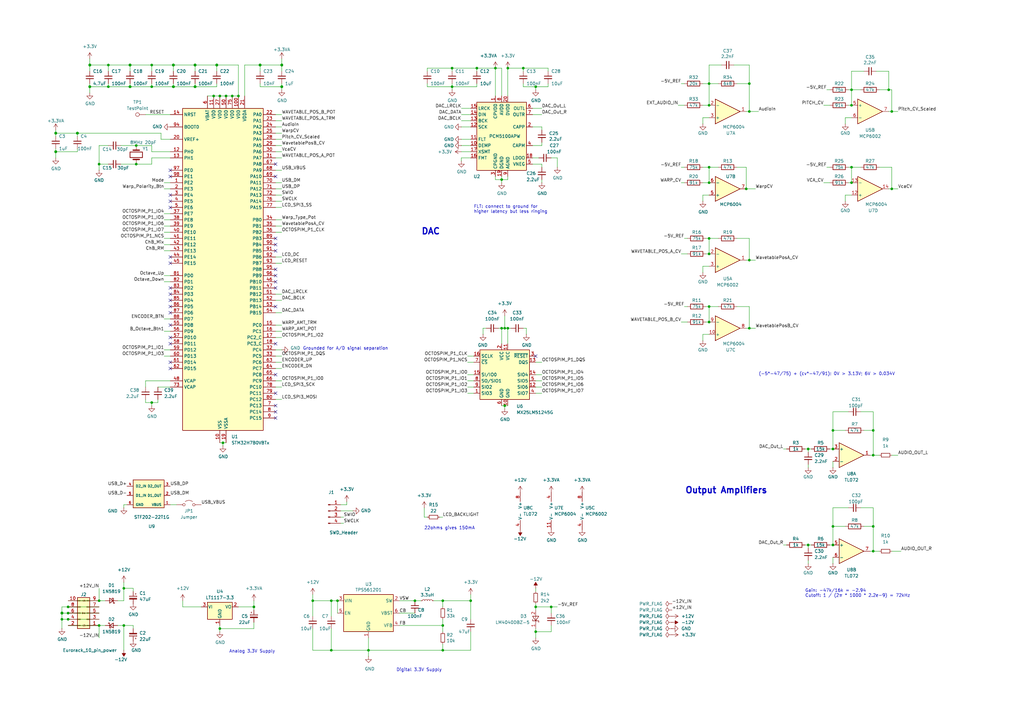
<source format=kicad_sch>
(kicad_sch (version 20231120) (generator "eeschema") (generator_version "8.0")
  (paper "A3")
  (title_block (title "Kishoof") (date "2024-03-21") (rev "1.0") (company "Mountjoy Modular"))
  (junction (at 115.57 35.56) (diameter 1.016))
  (junction (at 135.89 246.38))
  (junction (at 205.74 134.62))
  (junction (at 290.83 68.58))
  (junction (at 62.23 35.56))
  (junction (at 290.83 132.08))
  (junction (at 219.71 248.92))
  (junction (at 358.14 186.69))
  (junction (at 88.9 26.67) (diameter 1.016))
  (junction (at 55.88 59.69))
  (junction (at 358.14 226.06))
  (junction (at 631.19 152.4))
  (junction (at 341.63 184.15))
  (junction (at 226.06 248.92))
  (junction (at 40.64 256.54))
  (junction (at 97.79 39.37))
  (junction (at 195.58 27.94))
  (junction (at 25.4 251.46) (diameter 1.016))
  (junction (at 290.83 34.29))
  (junction (at 40.64 67.31))
  (junction (at 364.49 36.83))
  (junction (at 80.01 26.67) (diameter 1.016))
  (junction (at 90.17 257.81))
  (junction (at 341.63 176.53))
  (junction (at 181.61 266.7))
  (junction (at 22.86 54.61) (diameter 1.016))
  (junction (at 214.63 27.94))
  (junction (at 80.01 35.56) (diameter 1.016))
  (junction (at 290.83 97.79))
  (junction (at 50.8 241.3))
  (junction (at 307.34 134.62))
  (junction (at 138.43 246.38))
  (junction (at 208.28 134.62))
  (junction (at 22.86 62.23) (diameter 1.016))
  (junction (at 358.14 215.9))
  (junction (at 358.14 176.53))
  (junction (at 349.25 74.93))
  (junction (at 290.83 104.14))
  (junction (at 341.63 215.9))
  (junction (at 170.18 246.38))
  (junction (at 27.94 248.92))
  (junction (at 349.25 43.18))
  (junction (at 219.71 259.08))
  (junction (at 135.89 266.7))
  (junction (at 520.7 -22.86))
  (junction (at 349.25 36.83))
  (junction (at 203.2 27.94))
  (junction (at 290.83 74.93))
  (junction (at 181.61 246.38))
  (junction (at 36.83 26.67) (diameter 1.016))
  (junction (at 472.44 57.15))
  (junction (at 331.47 223.52))
  (junction (at 55.88 67.31))
  (junction (at 331.47 184.15))
  (junction (at 219.71 35.56))
  (junction (at 181.61 256.54))
  (junction (at 365.76 77.47))
  (junction (at 27.94 251.46))
  (junction (at 36.83 35.56) (diameter 1.016))
  (junction (at 290.83 43.18))
  (junction (at 40.64 246.38))
  (junction (at 185.42 27.94))
  (junction (at 90.17 39.37))
  (junction (at 44.45 26.67))
  (junction (at 128.27 246.38))
  (junction (at 472.44 36.83))
  (junction (at 193.04 246.38))
  (junction (at 91.44 181.61))
  (junction (at 87.63 39.37))
  (junction (at 53.34 35.56) (diameter 1.016))
  (junction (at 50.8 256.54))
  (junction (at 27.94 254))
  (junction (at 290.83 125.73))
  (junction (at 307.34 34.29))
  (junction (at 115.57 26.67) (diameter 1.016))
  (junction (at 307.34 45.72))
  (junction (at 92.71 39.37))
  (junction (at 341.63 223.52))
  (junction (at 151.13 266.7))
  (junction (at 472.44 15.24))
  (junction (at 104.14 248.92))
  (junction (at 25.4 254))
  (junction (at 618.49 167.64))
  (junction (at 62.23 165.1))
  (junction (at 207.01 166.37))
  (junction (at 349.25 68.58))
  (junction (at 618.49 162.56))
  (junction (at 106.68 26.67) (diameter 1.016))
  (junction (at 365.76 45.72))
  (junction (at 307.34 106.68))
  (junction (at 44.45 35.56))
  (junction (at 205.74 73.66))
  (junction (at 31.75 54.61) (diameter 1.016))
  (junction (at 520.7 1.27))
  (junction (at 207.01 134.62))
  (junction (at 95.25 39.37))
  (junction (at 208.28 27.94))
  (junction (at 71.12 26.67) (diameter 1.016))
  (junction (at 306.07 77.47))
  (junction (at 53.34 26.67) (diameter 1.016))
  (junction (at 185.42 35.56))
  (junction (at 62.23 26.67))
  (junction (at 71.12 35.56) (diameter 1.016))
  (no_connect (at 618.49 203.2))
  (no_connect (at 113.03 118.11))
  (no_connect (at 69.85 72.39))
  (no_connect (at 113.03 166.37))
  (no_connect (at 69.85 105.41))
  (no_connect (at 113.03 153.67))
  (no_connect (at 113.03 102.87))
  (no_connect (at 113.03 110.49))
  (no_connect (at 469.9 -2.54))
  (no_connect (at 113.03 100.33))
  (no_connect (at 69.85 128.27))
  (no_connect (at 69.85 133.35))
  (no_connect (at 69.85 85.09))
  (no_connect (at 469.9 -22.86))
  (no_connect (at 69.85 120.65))
  (no_connect (at 618.49 195.58))
  (no_connect (at 69.85 140.97))
  (no_connect (at 618.49 187.96))
  (no_connect (at 113.03 72.39))
  (no_connect (at 113.03 113.03))
  (no_connect (at 113.03 115.57))
  (no_connect (at 618.49 190.5))
  (no_connect (at 113.03 140.97))
  (no_connect (at 69.85 148.59))
  (no_connect (at 69.85 118.11))
  (no_connect (at 219.71 146.05))
  (no_connect (at 113.03 97.79))
  (no_connect (at 618.49 205.74))
  (no_connect (at 618.49 180.34))
  (no_connect (at 618.49 198.12))
  (no_connect (at 618.49 172.72))
  (no_connect (at 69.85 138.43))
  (no_connect (at 69.85 69.85))
  (no_connect (at 618.49 182.88))
  (no_connect (at 69.85 123.19))
  (no_connect (at 69.85 80.01))
  (no_connect (at 69.85 151.13))
  (no_connect (at 69.85 107.95))
  (no_connect (at 618.49 175.26))
  (no_connect (at 113.03 171.45))
  (no_connect (at 113.03 161.29))
  (no_connect (at 113.03 125.73))
  (no_connect (at 69.85 82.55))
  (no_connect (at 69.85 125.73))
  (no_connect (at 113.03 168.91))
  (no_connect (at 113.03 67.31))
  (wire (pts (xy 518.16 118.11) (xy 520.7 118.11)))
  (wire (pts (xy 281.94 132.08) (xy 279.4 132.08)))
  (wire (pts (xy 115.57 105.41) (xy 113.03 105.41)))
  (wire (pts (xy 219.71 259.08) (xy 226.06 259.08)))
  (wire (pts (xy 302.26 34.29) (xy 307.34 34.29)))
  (wire (pts (xy 349.25 68.58) (xy 353.06 68.58)))
  (wire (pts (xy 31.75 54.61) (xy 31.75 55.88)))
  (wire (pts (xy 288.29 111.76) (xy 288.29 109.22)))
  (wire (pts (xy 290.83 132.08) (xy 290.83 125.73)))
  (wire (pts (xy 40.64 256.54) (xy 40.64 261.62)))
  (wire (pts (xy 138.43 251.46) (xy 138.43 246.38)))
  (wire (pts (xy 71.12 26.67) (xy 71.12 29.21)))
  (wire (pts (xy 467.36 158.75) (xy 469.9 158.75)))
  (wire (pts (xy 59.69 46.99) (xy 69.85 46.99)))
  (wire (pts (xy 74.93 246.38) (xy 74.93 248.92)))
  (wire (pts (xy 27.94 246.38) (xy 40.64 246.38)))
  (wire (pts (xy 214.63 34.29) (xy 214.63 35.56)))
  (wire (pts (xy 288.29 80.01) (xy 288.29 82.55)))
  (wire (pts (xy 518.16 -27.94) (xy 520.7 -27.94)))
  (wire (pts (xy 290.83 97.79) (xy 294.64 97.79)))
  (wire (pts (xy 106.68 29.21) (xy 106.68 26.67)))
  (wire (pts (xy 53.34 26.67) (xy 62.23 26.67)))
  (wire (pts (xy 339.09 68.58) (xy 340.36 68.58)))
  (wire (pts (xy 195.58 29.21) (xy 195.58 27.94)))
  (wire (pts (xy 472.44 93.98) (xy 474.98 93.98)))
  (wire (pts (xy 288.29 34.29) (xy 290.83 34.29)))
  (wire (pts (xy 518.16 1.27) (xy 520.7 1.27)))
  (wire (pts (xy 346.71 80.01) (xy 349.25 80.01)))
  (wire (pts (xy 67.31 146.05) (xy 69.85 146.05)))
  (wire (pts (xy 128.27 246.38) (xy 135.89 246.38)))
  (wire (pts (xy 185.42 34.29) (xy 185.42 35.56)))
  (wire (pts (xy 151.13 261.62) (xy 151.13 266.7)))
  (wire (pts (xy 585.47 73.66) (xy 585.47 74.93)))
  (wire (pts (xy 581.66 73.66) (xy 585.47 73.66)))
  (wire (pts (xy 219.71 241.3) (xy 219.71 242.57)))
  (wire (pts (xy 618.49 152.4) (xy 621.03 152.4)))
  (wire (pts (xy 135.89 266.7) (xy 151.13 266.7)))
  (wire (pts (xy 175.26 35.56) (xy 185.42 35.56)))
  (wire (pts (xy 347.98 74.93) (xy 349.25 74.93)))
  (wire (pts (xy 566.42 106.68) (xy 566.42 107.95)))
  (wire (pts (xy 358.14 226.06) (xy 360.68 226.06)))
  (wire (pts (xy 302.26 97.79) (xy 307.34 97.79)))
  (wire (pts (xy 468.63 97.79) (xy 468.63 99.06)))
  (wire (pts (xy 635 152.4) (xy 631.19 152.4)))
  (wire (pts (xy 195.58 27.94) (xy 203.2 27.94)))
  (wire (pts (xy 67.31 97.79) (xy 69.85 97.79)))
  (wire (pts (xy 205.74 134.62) (xy 207.01 134.62)))
  (wire (pts (xy 553.72 180.34) (xy 557.53 180.34)))
  (wire (pts (xy 553.72 185.42) (xy 557.53 185.42)))
  (wire (pts (xy 347.98 36.83) (xy 349.25 36.83)))
  (wire (pts (xy 205.74 73.66) (xy 205.74 74.93)))
  (wire (pts (xy 347.98 168.91) (xy 341.63 168.91)))
  (wire (pts (xy 40.64 67.31) (xy 44.45 67.31)))
  (wire (pts (xy 279.4 68.58) (xy 280.67 68.58)))
  (wire (pts (xy 195.58 34.29) (xy 195.58 35.56)))
  (wire (pts (xy 64.77 158.75) (xy 69.85 158.75)))
  (wire (pts (xy 226.06 251.46) (xy 226.06 248.92)))
  (wire (pts (xy 288.29 68.58) (xy 290.83 68.58)))
  (wire (pts (xy 222.25 161.29) (xy 219.71 161.29)))
  (wire (pts (xy 55.88 67.31) (xy 62.23 67.31)))
  (wire (pts (xy 469.9 10.16) (xy 472.44 10.16)))
  (wire (pts (xy 365.76 68.58) (xy 365.76 77.47)))
  (wire (pts (xy 128.27 243.84) (xy 128.27 246.38)))
  (wire (pts (xy 44.45 26.67) (xy 44.45 29.21)))
  (wire (pts (xy 358.14 215.9) (xy 354.33 215.9)))
  (wire (pts (xy 309.88 77.47) (xy 306.07 77.47)))
  (wire (pts (xy 571.5 107.95) (xy 566.42 107.95)))
  (wire (pts (xy 69.85 95.25) (xy 67.31 95.25)))
  (wire (pts (xy 59.69 163.83) (xy 59.69 165.1)))
  (wire (pts (xy 477.52 184.15) (xy 482.6 184.15)))
  (wire (pts (xy 469.9 -27.94) (xy 472.44 -27.94)))
  (wire (pts (xy 341.63 228.6) (xy 341.63 231.14)))
  (wire (pts (xy 290.83 68.58) (xy 290.83 74.93)))
  (wire (pts (xy 50.8 256.54) (xy 50.8 266.7)))
  (wire (pts (xy 106.68 35.56) (xy 115.57 35.56)))
  (wire (pts (xy 91.44 181.61) (xy 91.44 182.88)))
  (wire (pts (xy 135.89 257.81) (xy 135.89 266.7)))
  (wire (pts (xy 25.4 248.92) (xy 27.94 248.92)))
  (wire (pts (xy 44.45 26.67) (xy 53.34 26.67)))
  (wire (pts (xy 618.49 160.02) (xy 618.49 162.56)))
  (wire (pts (xy 53.34 26.67) (xy 53.34 29.21)))
  (wire (pts (xy 36.83 29.21) (xy 36.83 26.67)))
  (wire (pts (xy 468.63 88.9) (xy 468.63 90.17)))
  (wire (pts (xy 347.98 208.28) (xy 341.63 208.28)))
  (wire (pts (xy 69.85 207.01) (xy 72.39 207.01)))
  (wire (pts (xy 222.25 153.67) (xy 219.71 153.67)))
  (wire (pts (xy 128.27 266.7) (xy 135.89 266.7)))
  (wire (pts (xy 115.57 35.56) (xy 115.57 36.83)))
  (wire (pts (xy 193.04 246.38) (xy 193.04 243.84)))
  (wire (pts (xy 581.66 90.17) (xy 584.2 90.17)))
  (wire (pts (xy 67.31 100.33) (xy 69.85 100.33)))
  (wire (pts (xy 205.74 27.94) (xy 203.2 27.94)))
  (wire (pts (xy 139.7 209.55) (xy 144.78 209.55)))
  (wire (pts (xy 294.64 34.29) (xy 290.83 34.29)))
  (wire (pts (xy 90.17 257.81) (xy 90.17 259.08)))
  (wire (pts (xy 203.2 73.66) (xy 205.74 73.66)))
  (wire (pts (xy 340.36 184.15) (xy 341.63 184.15)))
  (wire (pts (xy 347.98 43.18) (xy 349.25 43.18)))
  (wire (pts (xy 581.66 68.58) (xy 585.47 68.58)))
  (wire (pts (xy 289.56 125.73) (xy 290.83 125.73)))
  (wire (pts (xy 69.85 90.17) (xy 67.31 90.17)))
  (wire (pts (xy 208.28 134.62) (xy 208.28 140.97)))
  (wire (pts (xy 219.71 257.81) (xy 219.71 259.08)))
  (wire (pts (xy 48.26 246.38) (xy 50.8 246.38)))
  (wire (pts (xy 185.42 35.56) (xy 185.42 36.83)))
  (wire (pts (xy 115.57 92.71) (xy 113.03 92.71)))
  (wire (pts (xy 44.45 34.29) (xy 44.45 35.56)))
  (wire (pts (xy 62.23 26.67) (xy 71.12 26.67)))
  (wire (pts (xy 364.49 29.21) (xy 364.49 36.83)))
  (wire (pts (xy 365.76 45.72) (xy 364.49 45.72)))
  (wire (pts (xy 215.9 134.62) (xy 214.63 134.62)))
  (wire (pts (xy 189.23 64.77) (xy 189.23 66.04)))
  (wire (pts (xy 71.12 35.56) (xy 80.01 35.56)))
  (wire (pts (xy 214.63 35.56) (xy 219.71 35.56)))
  (wire (pts (xy 626.11 154.94) (xy 631.19 154.94)))
  (wire (pts (xy 115.57 64.77) (xy 113.03 64.77)))
  (wire (pts (xy 113.03 123.19) (xy 115.57 123.19)))
  (wire (pts (xy 181.61 256.54) (xy 181.61 259.08)))
  (wire (pts (xy 469.9 52.07) (xy 472.44 52.07)))
  (wire (pts (xy 321.31 223.52) (xy 322.58 223.52)))
  (wire (pts (xy 115.57 133.35) (xy 113.03 133.35)))
  (wire (pts (xy 472.44 57.15) (xy 472.44 59.69)))
  (wire (pts (xy 214.63 27.94) (xy 224.79 27.94)))
  (wire (pts (xy 340.36 43.18) (xy 337.82 43.18)))
  (wire (pts (xy 208.28 73.66) (xy 205.74 73.66)))
  (wire (pts (xy 135.89 252.73) (xy 135.89 246.38)))
  (wire (pts (xy 115.57 54.61) (xy 113.03 54.61)))
  (wire (pts (xy 203.2 27.94) (xy 203.2 39.37)))
  (wire (pts (xy 40.64 67.31) (xy 40.64 69.85)))
  (wire (pts (xy 25.4 251.46) (xy 27.94 251.46)))
  (wire (pts (xy 189.23 52.07) (xy 193.04 52.07)))
  (wire (pts (xy 180.34 212.09) (xy 181.61 212.09)))
  (wire (pts (xy 181.61 254) (xy 181.61 256.54)))
  (wire (pts (xy 208.28 27.94) (xy 208.28 39.37)))
  (wire (pts (xy 520.7 -3.81) (xy 520.7 1.27)))
  (wire (pts (xy 208.28 27.94) (xy 214.63 27.94)))
  (wire (pts (xy 49.53 67.31) (xy 55.88 67.31)))
  (wire (pts (xy 88.9 34.29) (xy 88.9 35.56)))
  (wire (pts (xy 289.56 132.08) (xy 290.83 132.08)))
  (wire (pts (xy 278.13 43.18) (xy 280.67 43.18)))
  (wire (pts (xy 469.9 31.75) (xy 472.44 31.75)))
  (wire (pts (xy 341.63 189.23) (xy 341.63 191.77)))
  (wire (pts (xy 66.04 54.61) (xy 66.04 57.15)))
  (wire (pts (xy 307.34 134.62) (xy 309.88 134.62)))
  (wire (pts (xy 49.53 59.69) (xy 55.88 59.69)))
  (wire (pts (xy 518.16 -22.86) (xy 520.7 -22.86)))
  (wire (pts (xy 22.86 55.88) (xy 22.86 54.61)))
  (wire (pts (xy 189.23 59.69) (xy 193.04 59.69)))
  (wire (pts (xy 115.57 69.85) (xy 113.03 69.85)))
  (wire (pts (xy 27.94 248.92) (xy 40.64 248.92)))
  (wire (pts (xy 115.57 46.99) (xy 113.03 46.99)))
  (wire (pts (xy 472.44 -27.94) (xy 472.44 -21.59)))
  (wire (pts (xy 288.29 74.93) (xy 290.83 74.93)))
  (wire (pts (xy 469.9 54.61) (xy 474.98 54.61)))
  (wire (pts (xy 151.13 266.7) (xy 181.61 266.7)))
  (wire (pts (xy 113.03 148.59) (xy 115.57 148.59)))
  (wire (pts (xy 281.94 104.14) (xy 279.4 104.14)))
  (wire (pts (xy 461.01 186.69) (xy 462.28 186.69)))
  (wire (pts (xy 85.09 39.37) (xy 87.63 39.37)))
  (wire (pts (xy 62.23 35.56) (xy 71.12 35.56)))
  (wire (pts (xy 222.25 67.31) (xy 222.25 68.58)))
  (wire (pts (xy 218.44 44.45) (xy 222.25 44.45)))
  (wire (pts (xy 218.44 67.31) (xy 222.25 67.31)))
  (wire (pts (xy 514.35 88.9) (xy 514.35 90.17)))
  (wire (pts (xy 295.91 26.67) (xy 290.83 26.67)))
  (wire (pts (xy 581.66 105.41) (xy 584.2 105.41)))
  (wire (pts (xy 469.9 12.7) (xy 474.98 12.7)))
  (wire (pts (xy 97.79 26.67) (xy 97.79 39.37)))
  (wire (pts (xy 207.01 129.54) (xy 207.01 134.62)))
  (wire (pts (xy 469.9 -7.62) (xy 472.44 -7.62)))
  (wire (pts (xy 618.49 165.1) (xy 618.49 167.64)))
  (wire (pts (xy 353.06 208.28) (xy 358.14 208.28)))
  (wire (pts (xy 321.31 184.15) (xy 322.58 184.15)))
  (wire (pts (xy 205.74 166.37) (xy 207.01 166.37)))
  (wire (pts (xy 566.42 91.44) (xy 566.42 92.71)))
  (wire (pts (xy 87.63 39.37) (xy 90.17 39.37)))
  (wire (pts (xy 218.44 64.77) (xy 220.98 64.77)))
  (wire (pts (xy 62.23 59.69) (xy 55.88 59.69)))
  (wire (pts (xy 290.83 104.14) (xy 290.83 97.79)))
  (wire (pts (xy 191.77 161.29) (xy 194.31 161.29)))
  (wire (pts (xy 514.35 134.62) (xy 514.35 135.89)))
  (wire (pts (xy 631.19 152.4) (xy 631.19 154.94)))
  (wire (pts (xy 358.14 176.53) (xy 358.14 186.69)))
  (wire (pts (xy 27.94 254) (xy 40.64 254)))
  (wire (pts (xy 36.83 24.13) (xy 36.83 26.67)))
  (wire (pts (xy 128.27 246.38) (xy 128.27 252.73)))
  (wire (pts (xy 115.57 135.89) (xy 113.03 135.89)))
  (wire (pts (xy 90.17 256.54) (xy 90.17 257.81)))
  (wire (pts (xy 64.77 163.83) (xy 64.77 165.1)))
  (wire (pts (xy 480.06 189.23) (xy 480.06 193.04)))
  (wire (pts (xy 469.9 34.29) (xy 474.98 34.29)))
  (wire (pts (xy 222.25 52.07) (xy 222.25 53.34)))
  (wire (pts (xy 330.2 184.15) (xy 331.47 184.15)))
  (wire (pts (xy 307.34 125.73) (xy 307.34 134.62)))
  (wire (pts (xy 288.29 48.26) (xy 288.29 50.8)))
  (wire (pts (xy 306.07 45.72) (xy 307.34 45.72)))
  (wire (pts (xy 62.23 62.23) (xy 62.23 59.69)))
  (wire (pts (xy 458.47 184.15) (xy 462.28 184.15)))
  (wire (pts (xy 22.86 62.23) (xy 31.75 62.23)))
  (wire (pts (xy 69.85 130.81) (xy 67.31 130.81)))
  (wire (pts (xy 88.9 26.67) (xy 97.79 26.67)))
  (wire (pts (xy 330.2 223.52) (xy 331.47 223.52)))
  (wire (pts (xy 104.14 250.19) (xy 104.14 248.92)))
  (wire (pts (xy 207.01 166.37) (xy 207.01 167.64)))
  (wire (pts (xy 128.27 257.81) (xy 128.27 266.7)))
  (wire (pts (xy 113.03 80.01) (xy 115.57 80.01)))
  (wire (pts (xy 71.12 26.67) (xy 80.01 26.67)))
  (wire (pts (xy 69.85 87.63) (xy 67.31 87.63)))
  (wire (pts (xy 346.71 50.8) (xy 346.71 48.26)))
  (wire (pts (xy 185.42 27.94) (xy 195.58 27.94)))
  (wire (pts (xy 163.83 256.54) (xy 181.61 256.54)))
  (wire (pts (xy 140.97 214.63) (xy 139.7 214.63)))
  (wire (pts (xy 115.57 49.53) (xy 113.03 49.53)))
  (wire (pts (xy 472.44 118.11) (xy 474.98 118.11)))
  (wire (pts (xy 520.7 1.27) (xy 520.7 3.81)))
  (wire (pts (xy 115.57 52.07) (xy 113.03 52.07)))
  (wire (pts (xy 181.61 246.38) (xy 193.04 246.38)))
  (wire (pts (xy 170.18 246.38) (xy 172.72 246.38)))
  (wire (pts (xy 280.67 125.73) (xy 281.94 125.73)))
  (wire (pts (xy 175.26 27.94) (xy 185.42 27.94)))
  (wire (pts (xy 54.61 242.57) (xy 54.61 241.3)))
  (wire (pts (xy 311.15 45.72) (xy 307.34 45.72)))
  (wire (pts (xy 50.8 241.3) (xy 50.8 246.38)))
  (wire (pts (xy 346.71 48.26) (xy 349.25 48.26)))
  (wire (pts (xy 91.44 181.61) (xy 92.71 181.61)))
  (wire (pts (xy 100.33 26.67) (xy 100.33 39.37)))
  (wire (pts (xy 365.76 226.06) (xy 369.57 226.06)))
  (wire (pts (xy 104.14 255.27) (xy 104.14 257.81)))
  (wire (pts (xy 288.29 109.22) (xy 290.83 109.22)))
  (wire (pts (xy 469.9 -5.08) (xy 473.71 -5.08)))
  (wire (pts (xy 69.85 64.77) (xy 62.23 64.77)))
  (wire (pts (xy 71.12 34.29) (xy 71.12 35.56)))
  (wire (pts (xy 581.66 110.49) (xy 584.2 110.49)))
  (wire (pts (xy 365.76 77.47) (xy 364.49 77.47)))
  (wire (pts (xy 27.94 256.54) (xy 40.64 256.54)))
  (wire (pts (xy 618.49 154.94) (xy 621.03 154.94)))
  (wire (pts (xy 341.63 168.91) (xy 341.63 176.53)))
  (wire (pts (xy 302.26 68.58) (xy 306.07 68.58)))
  (wire (pts (xy 175.26 34.29) (xy 175.26 35.56)))
  (wire (pts (xy 80.01 34.29) (xy 80.01 35.56)))
  (wire (pts (xy 621.03 162.56) (xy 618.49 162.56)))
  (wire (pts (xy 365.76 45.72) (xy 368.3 45.72)))
  (wire (pts (xy 53.34 34.29) (xy 53.34 35.56)))
  (wire (pts (xy 340.36 223.52) (xy 341.63 223.52)))
  (wire (pts (xy 205.74 72.39) (xy 205.74 73.66)))
  (wire (pts (xy 581.66 95.25) (xy 584.2 95.25)))
  (wire (pts (xy 468.63 113.03) (xy 468.63 114.3)))
  (wire (pts (xy 59.69 158.75) (xy 59.69 156.21)))
  (wire (pts (xy 469.9 36.83) (xy 472.44 36.83)))
  (wire (pts (xy 54.61 257.81) (xy 54.61 256.54)))
  (wire (pts (xy 279.4 34.29) (xy 280.67 34.29)))
  (wire (pts (xy 205.74 134.62) (xy 204.47 134.62)))
  (wire (pts (xy 62.23 26.67) (xy 62.23 29.21)))
  (wire (pts (xy 279.4 74.93) (xy 280.67 74.93)))
  (wire (pts (xy 226.06 259.08) (xy 226.06 256.54)))
  (wire (pts (xy 356.87 226.06) (xy 358.14 226.06)))
  (wire (pts (xy 25.4 254) (xy 25.4 257.81)))
  (wire (pts (xy 113.03 146.05) (xy 115.57 146.05)))
  (wire (pts (xy 353.06 168.91) (xy 358.14 168.91)))
  (wire (pts (xy 44.45 35.56) (xy 53.34 35.56)))
  (wire (pts (xy 228.6 248.92) (xy 226.06 248.92)))
  (wire (pts (xy 468.63 144.78) (xy 468.63 143.51)))
  (wire (pts (xy 95.25 39.37) (xy 97.79 39.37)))
  (wire (pts (xy 331.47 185.42) (xy 331.47 184.15)))
  (wire (pts (xy 461.01 191.77) (xy 461.01 186.69)))
  (wire (pts (xy 97.79 248.92) (xy 104.14 248.92)))
  (wire (pts (xy 621.03 147.32) (xy 618.49 147.32)))
  (wire (pts (xy 22.86 53.34) (xy 22.86 54.61)))
  (wire (pts (xy 618.49 167.64) (xy 621.03 167.64)))
  (wire (pts (xy 289.56 104.14) (xy 290.83 104.14)))
  (wire (pts (xy 290.83 125.73) (xy 294.64 125.73)))
  (wire (pts (xy 208.28 134.62) (xy 209.55 134.62)))
  (wire (pts (xy 106.68 34.29) (xy 106.68 35.56)))
  (wire (pts (xy 205.74 27.94) (xy 205.74 39.37)))
  (wire (pts (xy 40.64 241.3) (xy 40.64 246.38)))
  (wire (pts (xy 520.7 -22.86) (xy 520.7 -20.32)))
  (wire (pts (xy 585.47 67.31) (xy 585.47 68.58)))
  (wire (pts (xy 40.64 256.54) (xy 43.18 256.54)))
  (wire (pts (xy 349.25 74.93) (xy 349.25 68.58)))
  (wire (pts (xy 347.98 68.58) (xy 349.25 68.58)))
  (wire (pts (xy 31.75 60.96) (xy 31.75 62.23)))
  (wire (pts (xy 62.23 64.77) (xy 62.23 67.31)))
  (wire (pts (xy 472.44 10.16) (xy 472.44 15.24)))
  (wire (pts (xy 90.17 39.37) (xy 92.71 39.37)))
  (wire (pts (xy 331.47 184.15) (xy 332.74 184.15)))
  (wire (pts (xy 346.71 82.55) (xy 346.71 80.01)))
  (wire (pts (xy 288.29 137.16) (xy 290.83 137.16)))
  (wire (pts (xy 59.69 156.21) (xy 69.85 156.21)))
  (wire (pts (xy 25.4 248.92) (xy 25.4 251.46)))
  (wire (pts (xy 50.8 256.54) (xy 54.61 256.54)))
  (wire (pts (xy 62.23 62.23) (xy 69.85 62.23)))
  (wire (pts (xy 66.04 57.15) (xy 69.85 57.15)))
  (wire (pts (xy 288.29 139.7) (xy 288.29 137.16)))
  (wire (pts (xy 290.83 80.01) (xy 288.29 80.01)))
  (wire (pts (xy 354.33 29.21) (xy 349.25 29.21)))
  (wire (pts (xy 191.77 148.59) (xy 194.31 148.59)))
  (wire (pts (xy 50.8 207.01) (xy 52.07 207.01)))
  (wire (pts (xy 163.83 251.46) (xy 170.18 251.46)))
  (wire (pts (xy 113.03 158.75) (xy 115.57 158.75)))
  (wire (pts (xy 67.31 115.57) (xy 69.85 115.57)))
  (wire (pts (xy 115.57 24.13) (xy 115.57 26.67)))
  (wire (pts (xy 138.43 246.38) (xy 135.89 246.38)))
  (wire (pts (xy 113.03 128.27) (xy 115.57 128.27)))
  (wire (pts (xy 290.83 26.67) (xy 290.83 34.29)))
  (wire (pts (xy 189.23 44.45) (xy 193.04 44.45)))
  (wire (pts (xy 349.25 29.21) (xy 349.25 36.83)))
  (wire (pts (xy 62.23 165.1) (xy 64.77 165.1)))
  (wire (pts (xy 219.71 35.56) (xy 224.79 35.56)))
  (wire (pts (xy 222.25 73.66) (xy 222.25 74.93)))
  (wire (pts (xy 365.76 77.47) (xy 368.3 77.47)))
  (wire (pts (xy 113.03 138.43) (xy 115.57 138.43)))
  (wire (pts (xy 36.83 34.29) (xy 36.83 35.56)))
  (wire (pts (xy 469.9 -25.4) (xy 473.71 -25.4)))
  (wire (pts (xy 67.31 135.89) (xy 69.85 135.89)))
  (wire (pts (xy 288.29 43.18) (xy 290.83 43.18)))
  (wire (pts (xy 514.35 113.03) (xy 514.35 114.3)))
  (wire (pts (xy 365.76 36.83) (xy 365.76 45.72)))
  (wire (pts (xy 219.71 148.59) (xy 222.25 148.59)))
  (wire (pts (xy 358.14 215.9) (xy 358.14 226.06)))
  (wire (pts (xy 22.86 60.96) (xy 22.86 62.23)))
  (wire (pts (xy 80.01 26.67) (xy 80.01 29.21)))
  (wire (pts (xy 226.06 64.77) (xy 228.6 64.77)))
  (wire (pts (xy 356.87 186.69) (xy 358.14 186.69)))
  (wire (pts (xy 472.44 52.07) (xy 472.44 57.15)))
  (wire (pts (xy 104.14 246.38) (xy 104.14 248.92)))
  (wire (pts (xy 50.8 208.28) (xy 50.8 207.01)))
  (wire (pts (xy 62.23 34.29) (xy 62.23 35.56)))
  (wire (pts (xy 458.47 189.23) (xy 462.28 189.23)))
  (wire (pts (xy 567.69 130.81) (xy 571.5 130.81)))
  (wire (pts (xy 307.34 26.67) (xy 307.34 34.29)))
  (wire (pts (xy 142.24 207.01) (xy 142.24 205.74)))
  (wire (pts (xy 177.8 246.38) (xy 181.61 246.38)))
  (wire (pts (xy 62.23 166.37) (xy 62.23 165.1)))
  (wire (pts (xy 218.44 46.99) (xy 222.25 46.99)))
  (wire (pts (xy 115.57 62.23) (xy 113.03 62.23)))
  (wire (pts (xy 191.77 158.75) (xy 194.31 158.75)))
  (wire (pts (xy 224.79 34.29) (xy 224.79 35.56)))
  (wire (pts (xy 222.25 58.42) (xy 222.25 59.69)))
  (wire (pts (xy 331.47 190.5) (xy 331.47 191.77)))
  (wire (pts (xy 218.44 59.69) (xy 222.25 59.69)))
  (wire (pts (xy 518.16 93.98) (xy 520.7 93.98)))
  (wire (pts (xy 341.63 215.9) (xy 341.63 223.52)))
  (wire (pts (xy 553.72 198.12) (xy 557.53 198.12)))
  (wire (pts (xy 331.47 229.87) (xy 331.47 231.14)))
  (wire (pts (xy 553.72 182.88) (xy 557.53 182.88)))
  (wire (pts (xy 40.64 59.69) (xy 40.64 67.31)))
  (wire (pts (xy 173.99 212.09) (xy 175.26 212.09)))
  (wire (pts (xy 67.31 113.03) (xy 69.85 113.03)))
  (wire (pts (xy 90.17 181.61) (xy 91.44 181.61)))
  (wire (pts (xy 300.99 26.67) (xy 307.34 26.67)))
  (wire (pts (xy 203.2 72.39) (xy 203.2 73.66)))
  (wire (pts (xy 365.76 186.69) (xy 368.3 186.69)))
  (wire (pts (xy 67.31 74.93) (xy 69.85 74.93)))
  (wire (pts (xy 214.63 29.21) (xy 214.63 27.94)))
  (wire (pts (xy 185.42 29.21) (xy 185.42 27.94)))
  (wire (pts (xy 290.83 48.26) (xy 288.29 48.26)))
  (wire (pts (xy 189.23 62.23) (xy 193.04 62.23)))
  (wire (pts (xy 189.23 49.53) (xy 193.04 49.53)))
  (wire (pts (xy 193.04 259.08) (xy 193.04 266.7)))
  (wire (pts (xy 468.63 121.92) (xy 468.63 123.19)))
  (wire (pts (xy 74.93 248.92) (xy 82.55 248.92)))
  (wire (pts (xy 113.03 163.83) (xy 115.57 163.83)))
  (wire (pts (xy 341.63 208.28) (xy 341.63 215.9)))
  (wire (pts (xy 469.9 15.24) (xy 472.44 15.24)))
  (wire (pts (xy 472.44 36.83) (xy 472.44 39.37)))
  (wire (pts (xy 191.77 153.67) (xy 194.31 153.67)))
  (wire (pts (xy 115.57 59.69) (xy 113.03 59.69)))
  (wire (pts (xy 349.25 36.83) (xy 353.06 36.83)))
  (wire (pts (xy 218.44 52.07) (xy 222.25 52.07)))
  (wire (pts (xy 307.34 134.62) (xy 306.07 134.62)))
  (wire (pts (xy 518.16 -1.27) (xy 523.24 -1.27)))
  (wire (pts (xy 193.04 64.77) (xy 189.23 64.77)))
  (wire (pts (xy 115.57 74.93) (xy 113.03 74.93)))
  (wire (pts (xy 219.71 36.83) (xy 219.71 35.56)))
  (wire (pts (xy 115.57 85.09) (xy 113.03 85.09)))
  (wire (pts (xy 359.41 29.21) (xy 364.49 29.21)))
  (wire (pts (xy 40.64 246.38) (xy 43.18 246.38)))
  (wire (pts (xy 219.71 247.65) (xy 219.71 248.92)))
  (wire (pts (xy 360.68 36.83) (xy 364.49 36.83)))
  (wire (pts (xy 191.77 156.21) (xy 194.31 156.21)))
  (wire (pts (xy 581.66 130.81) (xy 588.01 130.81)))
  (wire (pts (xy 358.14 168.91) (xy 358.14 176.53)))
  (wire (pts (xy 36.83 35.56) (xy 44.45 35.56)))
  (wire (pts (xy 198.12 134.62) (xy 199.39 134.62)))
  (wire (pts (xy 472.44 -7.62) (xy 472.44 -1.27)))
  (wire (pts (xy 222.25 158.75) (xy 219.71 158.75)))
  (wire (pts (xy 222.25 156.21) (xy 219.71 156.21)))
  (wire (pts (xy 50.8 238.76) (xy 50.8 241.3)))
  (wire (pts (xy 22.86 54.61) (xy 31.75 54.61)))
  (wire (pts (xy 340.36 74.93) (xy 337.82 74.93)))
  (wire (pts (xy 115.57 107.95) (xy 113.03 107.95)))
  (wire (pts (xy 88.9 26.67) (xy 88.9 29.21)))
  (wire (pts (xy 626.11 152.4) (xy 631.19 152.4)))
  (wire (pts (xy 472.44 15.24) (xy 472.44 17.78)))
  (wire (pts (xy 198.12 137.16) (xy 198.12 134.62)))
  (wire (pts (xy 151.13 269.24) (xy 151.13 266.7)))
  (wire (pts (xy 518.16 139.7) (xy 520.7 139.7)))
  (wire (pts (xy 290.83 34.29) (xy 290.83 43.18)))
  (wire (pts (xy 468.63 134.62) (xy 468.63 135.89)))
  (wire (pts (xy 307.34 106.68) (xy 306.07 106.68)))
  (wire (pts (xy 588.01 130.81) (xy 588.01 133.35)))
  (wire (pts (xy 175.26 27.94) (xy 175.26 29.21)))
  (wire (pts (xy 115.57 90.17) (xy 113.03 90.17)))
  (wire (pts (xy 115.57 77.47) (xy 113.03 77.47)))
  (wire (pts (xy 331.47 224.79) (xy 331.47 223.52)))
  (wire (pts (xy 477.52 189.23) (xy 480.06 189.23)))
  (wire (pts (xy 514.35 143.51) (xy 514.35 144.78)))
  (wire (pts (xy 571.5 71.12) (xy 568.96 71.12)))
  (wire (pts (xy 139.7 207.01) (xy 142.24 207.01)))
  (wire (pts (xy 553.72 187.96) (xy 557.53 187.96)))
  (wire (pts (xy 205.74 134.62) (xy 205.74 140.97)))
  (wire (pts (xy 181.61 246.38) (xy 181.61 248.92)))
  (wire (pts (xy 518.16 -25.4) (xy 523.24 -25.4)))
  (wire (pts (xy 215.9 137.16) (xy 215.9 134.62)))
  (wire (pts (xy 67.31 77.47) (xy 69.85 77.47)))
  (wire (pts (xy 571.5 92.71) (xy 566.42 92.71)))
  (wire (pts (xy 518.16 -3.81) (xy 520.7 -3.81)))
  (wire (pts (xy 25.4 251.46) (xy 25.4 254)))
  (wire (pts (xy 113.03 82.55) (xy 115.57 82.55)))
  (wire (pts (xy 173.99 208.28) (xy 173.99 212.09)))
  (wire (pts (xy 31.75 54.61) (xy 66.04 54.61)))
  (wire (pts (xy 36.83 35.56) (xy 36.83 38.1)))
  (wire (pts (xy 469.9 57.15) (xy 472.44 57.15)))
  (wire (pts (xy 67.31 143.51) (xy 69.85 143.51)))
  (wire (pts (xy 349.25 43.18) (xy 349.25 36.83)))
  (wire (pts (xy 219.71 248.92) (xy 219.71 250.19)))
  (wire (pts (xy 331.47 223.52) (xy 332.74 223.52)))
  (wire (pts (xy 113.03 120.65) (xy 115.57 120.65)))
  (wire (pts (xy 22.86 62.23) (xy 22.86 64.77)))
  (wire (pts (xy 207.01 134.62) (xy 208.28 134.62)))
  (wire (pts (xy 472.44 31.75) (xy 472.44 36.83)))
  (wire (pts (xy 92.71 39.37) (xy 95.25 39.37)))
  (wire (pts (xy 36.83 26.67) (xy 44.45 26.67)))
  (wire (pts (xy 520.7 -27.94) (xy 520.7 -22.86)))
  (wire (pts (xy 280.67 97.79) (xy 281.94 97.79)))
  (wire (pts (xy 115.57 95.25) (xy 113.03 95.25)))
  (wire (pts (xy 306.07 68.58) (xy 306.07 77.47)))
  (wire (pts (xy 80.01 26.67) (xy 88.9 26.67)))
  (wire (pts (xy 302.26 125.73) (xy 307.34 125.73)))
  (wire (pts (xy 364.49 36.83) (xy 365.76 36.83)))
  (wire (pts (xy 307.34 106.68) (xy 309.88 106.68)))
  (wire (pts (xy 185.42 35.56) (xy 195.58 35.56)))
  (wire (pts (xy 80.01 35.56) (xy 88.9 35.56)))
  (wire (pts (xy 106.68 26.67) (xy 100.33 26.67)))
  (wire (pts (xy 228.6 64.77) (xy 228.6 68.58)))
  (wire (pts (xy 553.72 190.5) (xy 557.53 190.5)))
  (wire (pts (xy 294.64 68.58) (xy 290.83 68.58)))
  (wire (pts (xy 346.71 215.9) (xy 341.63 215.9)))
  (wire (pts (xy 339.09 36.83) (xy 340.36 36.83)))
  (wire (pts (xy 106.68 26.67) (xy 115.57 26.67)))
  (wire (pts (xy 307.34 34.29) (xy 307.34 45.72)))
  (wire (pts (xy 191.77 146.05) (xy 194.31 146.05)))
  (wire (pts (xy 27.94 251.46) (xy 40.64 251.46)))
  (wire (pts (xy 193.04 266.7) (xy 181.61 266.7)))
  (wire (pts (xy 208.28 72.39) (xy 208.28 73.66)))
  (wire (pts (xy 477.52 158.75) (xy 480.06 158.75)))
  (wire (pts (xy 69.85 92.71) (xy 67.31 92.71)))
  (wire (pts (xy 193.04 246.38) (xy 193.04 254)))
  (wire (pts (xy 50.8 241.3) (xy 54.61 241.3)))
  (wire (pts (xy 224.79 29.21) (xy 224.79 27.94)))
  (wire (pts (xy 48.26 256.54) (xy 50.8 256.54)))
  (wire (pts (xy 360.68 68.58) (xy 365.76 68.58)))
  (wire (pts (xy 514.35 97.79) (xy 514.35 99.06)))
  (wire (pts (xy 59.69 165.1) (xy 62.23 165.1)))
  (wire (pts (xy 113.03 143.51) (xy 115.57 143.51)))
  (wire (pts (xy 219.71 259.08) (xy 219.71 261.62)))
  (wire (pts (xy 207.01 166.37) (xy 208.28 166.37)))
  (wire (pts (xy 226.06 248.92) (xy 219.71 248.92)))
  (wire (pts (xy 307.34 97.79) (xy 307.34 106.68)))
  (wire (pts (xy 53.34 35.56) (xy 62.23 35.56)))
  (wire (pts (xy 358.14 186.69) (xy 360.68 186.69)))
  (wire (pts (xy 289.56 97.79) (xy 290.83 97.79)))
  (wire (pts (xy 163.83 246.38) (xy 170.18 246.38)))
  (wire (pts (xy 473.71 139.7) (xy 472.44 139.7)))
  (wire (pts (xy 139.7 212.09) (xy 140.97 212.09)))
  (wire (pts (xy 514.35 121.92) (xy 514.35 123.19)))
  (wire (pts (xy 189.23 57.15) (xy 193.04 57.15)))
  (wire (pts (xy 67.31 102.87) (xy 69.85 102.87)))
  (wire (pts (xy 113.03 151.13) (xy 115.57 151.13)))
  (wire (pts (xy 90.17 257.81) (xy 104.14 257.81)))
  (wire (pts (xy 115.57 26.67) (xy 115.57 29.21)))
  (wire (pts (xy 358.14 208.28) (xy 358.14 215.9)))
  (wire (pts (xy 346.71 176.53) (xy 341.63 176.53)))
  (wire (pts (xy 115.57 57.15) (xy 113.03 57.15)))
  (wire (pts (xy 181.61 264.16) (xy 181.61 266.7)))
  (wire (pts (xy 44.45 59.69) (xy 40.64 59.69)))
  (wire (pts (xy 189.23 46.99) (xy 193.04 46.99)))
  (wire (pts (xy 358.14 176.53) (xy 354.33 176.53)))
  (wire (pts (xy 25.4 254) (xy 27.94 254)))
  (wire (pts (xy 113.03 156.21) (xy 115.57 156.21)))
  (wire (pts (xy 341.63 176.53) (xy 341.63 184.15)))
  (wire (pts (xy 635 154.94) (xy 635 152.4)))
  (wire (pts (xy 115.57 34.29) (xy 115.57 35.56)))
  (text "DAC" (at 172.72 96.52 0) (effects (font (size 2.54 2.54) (thickness 0.508) (bold yes)) (justify left bottom)))
  (text "Gain: -47k/16k = -2.94\nCutoff: 1 / (2π * 1000 * 2.2e-9) = 72kHz" (at 330.2 245.11 0) (effects (font (size 1.27 1.27)) (justify left bottom)))
  (text "FLT: connect to ground for \nhigher latency but less ringing" (at 194.31 87.63 0) (effects (font (size 1.27 1.27)) (justify left bottom)))
  (text "Digital 3.3V Supply" (at 162.56 275.59 0) (effects (font (size 1.27 1.27)) (justify left bottom)))
  (text "ADC Pins\n--------\nPA0 ADC1_INP16       \nPA1 ADC1_INP17       \nPA2 ADC12_INP14      \nPA3 ADC12_INP15      \n[PA4 ADC12_INP18 DAC]\n[PA5 ADC12_INP19 DAC]\nPA6 ADC12_INP3       \nPA7 ADC12_INP7       \n                     \nPB0 ADC12_INP9       \nPB1 ADC12_INP5       \n                     \nPC0 ADC123_INP10     \nPC1 ADC123_INP11     \nPC2 ADC123_INP12     \n[PC3_C ADC3_INP1]    \nPC4 ADC12_INP4       \nPC5 ADC12_INP8       \n                     \nPF11 ADC1_INP2       \nPF12 ADC1_INP6       \nPF13 ADC2_INP2       \nPF14 ADC2_INP6       " (at -46.228 170.18 0) (effects (font (size 2 2)) (justify left bottom)))
  (text "(-5*-47/75) + (cv*-47/91): 0V > 3.13V; 6V > 0.034V\n" (at 311.15 154.178 0) (effects (font (size 1.27 1.27)) (justify left bottom)))
  (text "Output Amplifiers" (at 280.924 202.692 0) (effects (font (size 2.54 2.54) (thickness 0.508) (bold yes)) (justify left bottom)))
  (text "Grounded for A/D signal separation" (at 141.732 143.002 0) (effects (font (size 1.27 1.27))))
  (text "Analog 3.3V Supply" (at 93.98 267.97 0) (effects (font (size 1.27 1.27)) (justify left bottom)))
  (text "22ohms gives 150mA" (at 184.404 216.662 0) (effects (font (size 1.27 1.27))))
  (label "OCTOSPIM_P1_NCS" (at 191.77 148.59 180))
  (label "OCTOSPIM_P1_IO4" (at 67.31 87.63 180))
  (label "WAVETABLE_POS_B_CV" (at 279.4 132.08 180))
  (label "OCTOSPIM_P1_IO1" (at 191.77 156.21 180))
  (label "ENCODER_BTN" (at 67.31 130.81 180))
  (label "Warp_Type_Pot" (at 115.57 90.17 0))
  (label "Mode" (at 568.96 71.12 180))
  (label "LCD_DC" (at 115.57 105.41 0))
  (label "PITCH_CV" (at 474.98 34.29 0))
  (label "-12V_IN" (at 40.64 261.62 180))
  (label "DAC_DATA" (at 189.23 46.99 180))
  (label "+12V_IN" (at 40.64 241.3 180))
  (label "USB_D+" (at 52.07 199.39 180))
  (label "WARP_AMT_POT" (at 474.98 93.98 0))
  (label "DAC_BCLK" (at 189.23 49.53 180))
  (label "LCD_BACKLIGHT" (at 553.72 198.12 180))
  (label "-5V_REF" (at 339.09 36.83 180))
  (label "ENCODER_BTN" (at 482.6 184.15 0))
  (label "OCTOSPIM_P1_DQS" (at 222.25 148.59 0))
  (label "OCTOSPIM_P1_CLK" (at 115.57 95.25 0))
  (label "WAVETABLE_POS_A_POT" (at 115.57 64.77 0))
  (label "USB_D-" (at 621.03 162.56 0))
  (label "WarpCV" (at 115.57 54.61 0))
  (label "WavetablePosA_CV" (at 115.57 92.71 0))
  (label "CB" (at 163.83 251.46 0))
  (label "Warp_Polarity_Btn" (at 67.31 77.47 180))
  (label "OCTOSPIM_P1_IO0" (at 191.77 153.67 180))
  (label "OCTOSPIM_P1_IO6" (at 222.25 158.75 0))
  (label "DAC_LRCLK" (at 115.57 120.65 0))
  (label "USB_VBUS" (at 621.03 147.32 0))
  (label "WAVETABLE_POS_B_CV" (at 523.24 -1.27 0))
  (label "USB_VBUS" (at 82.55 207.01 0))
  (label "SWIO" (at 115.57 80.01 0))
  (label "Octave_Down" (at 584.2 95.25 0))
  (label "-5V_REF" (at 228.6 248.92 0))
  (label "DAC_BCLK" (at 115.57 123.19 0))
  (label "LCD_SPI3_SCK" (at 553.72 182.88 180))
  (label "DAC_Out_L" (at 222.25 44.45 0))
  (label "WARP_AMT_POT" (at 115.57 135.89 0))
  (label "DAC_LRCLK" (at 189.23 44.45 180))
  (label "ChB_Mix" (at 67.31 100.33 180))
  (label "OCTOSPIM_P1_IO0" (at 115.57 156.21 0))
  (label "PITCH_CV" (at 337.82 43.18 180))
  (label "ENCODER_DN" (at 115.57 151.13 0))
  (label "OCTOSPIM_P1_IO3" (at 67.31 146.05 180))
  (label "LCD_RESET" (at 115.57 107.95 0))
  (label "LCD_SPI3_SS" (at 115.57 85.09 0))
  (label "-5V_REF" (at 279.4 34.29 180))
  (label "OCTOSPIM_P1_IO4" (at 222.25 153.67 0))
  (label "OCTOSPIM_P1_IO2" (at 191.77 158.75 180))
  (label "WAVETABLE_POS_A_TRM" (at 520.7 118.11 0))
  (label "DAC_Out_R" (at 222.25 46.99 0))
  (label "LCD_SPI3_MOSI" (at 553.72 180.34 180))
  (label "USB_D+" (at 621.03 167.64 0))
  (label "-12V_IN" (at 275.59 247.65 0))
  (label "VCA_CV" (at 474.98 54.61 0))
  (label "OCTOSPIM_P1_CLK" (at 191.77 146.05 180))
  (label "WAVETABLE_POS_A_CV" (at 523.24 -25.4 0))
  (label "WARP_AMT_TRM" (at 115.57 133.35 0))
  (label "EXT_AUDIO_IN" (at 278.13 43.18 180))
  (label "WAVETABLE_POS_A_TRM" (at 115.57 49.53 0))
  (label "SWCLK" (at 140.97 214.63 0))
  (label "OCTOSPIM_P1_DQS" (at 115.57 146.05 0))
  (label "Octave_Up" (at 67.31 113.03 180))
  (label "VCA_CV" (at 337.82 74.93 180))
  (label "B_Octave_Btn1" (at 567.69 130.81 180))
  (label "WAVETABLE_POS_A_POT" (at 520.7 93.98 0))
  (label "OCTOSPIM_P1_IO2" (at 115.57 138.43 0))
  (label "Warp_Type_Pot" (at 473.71 139.7 0))
  (label "-5V_REF" (at 279.4 68.58 180))
  (label "OCTOSPIM_P1_NCS" (at 67.31 97.79 180))
  (label "Pitch_CV_Scaled" (at 115.57 57.15 0))
  (label "LCD_BACKLIGHT" (at 181.61 212.09 0))
  (label "EXT_AUDIO_IN" (at 530.86 217.17 180))
  (label "-5V_REF" (at 280.67 97.79 180))
  (label "ChB_Mix" (at 584.2 105.41 0))
  (label "AUDIO_OUT_R" (at 473.71 -5.08 0))
  (label "LCD_SPI3_SCK" (at 115.57 158.75 0))
  (label "AUDIO_OUT_R" (at 369.57 226.06 0))
  (label "AUDIO_OUT_L" (at 368.3 186.69 0))
  (label "AUDIO_OUT_L" (at 473.71 -25.4 0))
  (label "OCTOSPIM_P1_IO5" (at 67.31 90.17 180))
  (label "Octave_Up" (at 584.2 90.17 0))
  (label "Pitch_CV_Scaled" (at 368.3 45.72 0))
  (label "VcaCV" (at 368.3 77.47 0))
  (label "WARP_AMT_TRM" (at 474.98 118.11 0))
  (label "USB_DM" (at 69.85 203.2 0))
  (label "ChB_RM" (at 67.31 102.87 180))
  (label "-5V_REF" (at 280.67 125.73 180))
  (label "Mode" (at 67.31 74.93 180))
  (label "Warp_Polarity_Btn" (at 467.36 158.75 180))
  (label "VcaCV" (at 115.57 62.23 0))
  (label "OCTOSPIM_P1_IO6" (at 67.31 92.71 180))
  (label "WAVETABLE_POS_A_CV" (at 279.4 104.14 180))
  (label "B_Octave_Btn1" (at 67.31 135.89 180))
  (label "AudioIn" (at 311.15 45.72 0))
  (label "USB_D-" (at 52.07 203.2 180))
  (label "OCTOSPIM_P1_IO7" (at 222.25 161.29 0))
  (label "RESET" (at 67.31 46.99 180))
  (label "USB_VBUS" (at 115.57 69.85 0))
  (label "VSW" (at 163.83 246.38 0))
  (label "OCTOSPIM_P1_IO5" (at 222.25 156.21 0))
  (label "LCD_RESET" (at 553.72 187.96 180))
  (label "ChB_RM" (at 584.2 110.49 0))
  (label "SWCLK" (at 115.57 82.55 0))
  (label "WAVETABLE_POS_B_POT" (at 115.57 46.99 0))
  (label "OCTOSPIM_P1_IO1" (at 67.31 143.51 180))
  (label "SWIO" (at 140.97 212.09 0))
  (label "ENCODER_DN" (at 458.47 189.23 180))
  (label "OCTOSPIM_P1_IO3" (at 191.77 161.29 180))
  (label "LCD_SPI3_MOSI" (at 115.57 163.83 0))
  (label "DAC_Out_L" (at 321.31 184.15 180))
  (label "USB_DP" (at 69.85 199.39 0))
  (label "+12V_IN" (at 275.59 250.19 0))
  (label "DAC_DATA" (at 115.57 128.27 0))
  (label "ENCODER_UP" (at 115.57 148.59 0))
  (label "AudioIn" (at 115.57 52.07 0))
  (label "OCTOSPIM_P1_IO7" (at 67.31 95.25 180))
  (label "WavetablePosA_CV" (at 309.88 106.68 0))
  (label "Octave_Down" (at 67.31 115.57 180))
  (label "-5V_REF" (at 339.09 68.58 180))
  (label "WarpCV" (at 309.88 77.47 0))
  (label "LCD_DC" (at 553.72 185.42 180))
  (label "WavetablePosB_CV" (at 115.57 59.69 0))
  (label "WAVETABLE_POS_B_POT" (at 520.7 139.7 0))
  (label "WARP_CV" (at 474.98 12.7 0))
  (label "DAC_Out_R" (at 321.31 223.52 180))
  (label "WavetablePosB_CV" (at 309.88 134.62 0))
  (label "ENCODER_UP" (at 458.47 184.15 180))
  (label "FB" (at 163.83 256.54 0))
  (label "LCD_SPI3_SS" (at 553.72 190.5 180))
  (label "USB_DM" (at 115.57 74.93 0))
  (label "WARP_CV" (at 279.4 74.93 180))
  (label "USB_DP" (at 115.57 77.47 0))
  (symbol (lib_id "power:GND") (at 514.35 144.78 0) (unit 1)
    (property "Reference" "#PWR077" (effects (hide yes)))
    (property "Value" "GND" (at 514.477 149.1742 0))
    (property "Description" "Power symbol creates a global label with name \"GND\" , ground" (effects (hide yes)))
  )
  (symbol (lib_id "Device:C_Small") (at 31.75 58.42 180) (unit 1)
    (property "Reference" "C4" (at 33.02 55.8799 0) (effects (justify right)))
    (property "Value" "100nF" (at 31.75 60.9599 0) (effects (justify right)))
    (property "Footprint" "Capacitor_SMD:C_0603_1608Metric" (effects (hide yes)))
    (property "Description" "Unpolarized capacitor, small symbol" (effects (hide yes)))
    (property "Part_Number" "C14663" (effects (hide yes)))
  )
  (symbol (lib_id "power:+3.3V") (at 275.59 260.35 270) (unit 1)
    (property "Reference" "#PWR015" (effects (hide yes)))
    (property "Value" "+3.3V" (at 279.4 260.3499 90) (effects (justify left)))
    (property "Description" "Power symbol creates a global label with name \"+3.3V\"" (effects (hide yes)))
  )
  (symbol (lib_id "Connector:USB_C_Receptacle") (at 603.25 172.72 0) (unit 1)
    (property "Reference" "J18" (at 603.25 139.7 0))
    (property "Value" "USB_C_Receptacle" (at 603.25 142.24 0))
    (property "Footprint" "Custom_Footprints:USB_C_Receptacle_Amphenol_12401951E412A" (effects (hide yes)))
    (property "Datasheet" "https://www.usb.org/sites/default/files/documents/usb_type-c.zip" (effects (hide yes)))
    (property "Description" "USB Full-Featured Type-C Receptacle connector" (effects (hide yes)))
  )
  (symbol (lib_id "power:-12V") (at 213.36 217.17 180) (unit 1)
    (property "Reference" "#PWR054" (effects (hide yes)))
    (property "Value" "-12V" (at 215.9 220.98 0) (effects (justify left)))
    (property "Description" "Power symbol creates a global label with name \"-12V\"" (effects (hide yes)))
  )
  (symbol (lib_id "power:GND") (at 480.06 193.04 0) (unit 1)
    (property "Reference" "#PWR067" (effects (hide yes)))
    (property "Value" "GND" (at 480.187 197.4342 0))
    (property "Description" "Power symbol creates a global label with name \"GND\" , ground" (effects (hide yes)))
  )
  (symbol (lib_id "power:GND") (at 222.25 74.93 0) (unit 1)
    (property "Reference" "#PWR037" (effects (hide yes)))
    (property "Value" "GND" (at 222.377 79.3242 0))
    (property "Description" "Power symbol creates a global label with name \"GND\" , ground" (effects (hide yes)))
  )
  (symbol (lib_id "Device:R") (at 356.87 36.83 270) (unit 1)
    (property "Reference" "R24" (at 356.87 34.29 90))
    (property "Value" "47k" (at 356.87 36.83 90))
    (property "Footprint" "Resistor_SMD:R_0603_1608Metric" (effects (hide yes)))
    (property "Description" "Resistor" (effects (hide yes)))
    (property "Part_Number" "C25819" (effects (hide yes)))
  )
  (symbol (lib_id "power:+3.3V") (at 208.28 27.94 0) (unit 1)
    (property "Reference" "#PWR044" (effects (hide yes)))
    (property "Value" "+3.3V" (at 208.28 22.86 0))
    (property "Description" "Power symbol creates a global label with name \"+3.3V\"" (effects (hide yes)))
  )
  (symbol (lib_id "Device:R_Small") (at 181.61 261.62 0) (unit 1)
    (property "Reference" "R2" (at 183.1086 260.4516 0) (effects (justify left)))
    (property "Value" "10k" (at 183.1086 262.763 0) (effects (justify left)))
    (property "Footprint" "Resistor_SMD:R_0603_1608Metric" (effects (hide yes)))
    (property "Description" "Resistor, small symbol" (effects (hide yes)))
  )
  (symbol (lib_id "Device:C_Small") (at 222.25 55.88 0) (unit 1)
    (property "Reference" "C25" (at 225.171 54.7116 0) (effects (justify left)))
    (property "Value" "2.2uF" (at 225.171 57.023 0) (effects (justify left)))
    (property "Footprint" "Capacitor_SMD:C_0603_1608Metric" (effects (hide yes)))
    (property "Description" "Unpolarized capacitor, small symbol" (effects (hide yes)))
    (property "Part_Number" "C23630" (effects (hide yes)))
  )
  (symbol (lib_id "power:GND") (at 205.74 74.93 0) (unit 1)
    (property "Reference" "#PWR034" (effects (hide yes)))
    (property "Value" "GND" (at 205.867 79.3242 0))
    (property "Description" "Power symbol creates a global label with name \"GND\" , ground" (effects (hide yes)))
  )
  (symbol (lib_id "power:GND") (at 595.63 213.36 0) (unit 1)
    (property "Reference" "#PWR085" (effects (hide yes)))
    (property "Value" "GND" (at 598.17 214.6299 0) (effects (justify left)))
    (property "Description" "Power symbol creates a global label with name \"GND\" , ground" (effects (hide yes)))
  )
  (symbol (lib_id "Device:R") (at 284.48 43.18 270) (unit 1)
    (property "Reference" "R33" (at 284.48 40.64 90))
    (property "Value" "47k" (at 284.48 43.18 90))
    (property "Footprint" "Resistor_SMD:R_0603_1608Metric" (effects (hide yes)))
    (property "Description" "Resistor" (effects (hide yes)))
    (property "Part_Number" "C25819" (effects (hide yes)))
  )
  (symbol (lib_id "Device:C_Small") (at 223.52 64.77 270) (unit 1)
    (property "Reference" "C27" (at 227.33 59.69 90))
    (property "Value" "100nF" (at 227.33 62.23 90))
    (property "Footprint" "Capacitor_SMD:C_0603_1608Metric" (effects (hide yes)))
    (property "Description" "Unpolarized capacitor, small symbol" (effects (hide yes)))
    (property "Part_Number" "C14663" (effects (hide yes)))
  )
  (symbol (lib_id "power:GND") (at 189.23 59.69 270) (unit 1)
    (property "Reference" "#PWR030" (effects (hide yes)))
    (property "Value" "GND" (at 184.15 59.69 90))
    (property "Description" "Power symbol creates a global label with name \"GND\" , ground" (effects (hide yes)))
  )
  (symbol (lib_id "Device:C_Small") (at 195.58 31.75 0) (unit 1)
    (property "Reference" "C12" (at 196.85 29.21 0) (effects (justify left)))
    (property "Value" "10uF" (at 196.85 34.29 0) (effects (justify left)))
    (property "Footprint" "Capacitor_SMD:C_0603_1608Metric" (effects (hide yes)))
    (property "Description" "Unpolarized capacitor, small symbol" (effects (hide yes)))
    (property "Part_Number" "C15850 " (effects (hide yes)))
  )
  (symbol (lib_id "Amplifier_Operational:MCP6004") (at 223.52 209.55 0) (mirror y) (unit 5)
    (property "Reference" "U7" (at 227.33 208.2799 0) (effects (justify right)))
    (property "Value" "MCP6004" (at 227.33 210.8199 0) (effects (justify right)))
    (property "Footprint" "Package_SO:SO-14_3.9x8.65mm_P1.27mm" (effects (hide yes)))
    (property "Datasheet" "http://ww1.microchip.com/downloads/en/DeviceDoc/21733j.pdf" (effects (hide yes)))
    (property "Description" "1MHz, Low-Power Op Amp, DIP-14/SOIC-14/TSSOP-14" (effects (hide yes)))
    (property "Part_Number" "C116668" (effects (hide yes)))
  )
  (symbol (lib_id "Device:R") (at 344.17 43.18 270) (unit 1)
    (property "Reference" "R23" (at 344.17 40.64 90))
    (property "Value" "91k" (at 344.17 43.18 90))
    (property "Footprint" "Resistor_SMD:R_0603_1608Metric" (effects (hide yes)))
    (property "Description" "Resistor" (effects (hide yes)))
    (property "Part_Number" "C23265" (effects (hide yes)))
  )
  (symbol (lib_id "power:PWR_FLAG") (at 275.59 255.27 90) (unit 1)
    (property "Reference" "#FLG04" (effects (hide yes)))
    (property "Value" "PWR_FLAG" (at 271.78 255.27 90) (effects (justify left)))
    (property "Description" "Special symbol for telling ERC where power comes from" (effects (hide yes)))
  )
  (symbol (lib_id "power:+3.3V") (at 566.42 106.68 0) (unit 1)
    (property "Reference" "#PWR083" (effects (hide yes)))
    (property "Value" "+3.3V" (at 566.42 101.6 0))
    (property "Description" "Power symbol creates a global label with name \"+3.3V\"" (effects (hide yes)))
  )
  (symbol (lib_id "power:-12V") (at 219.71 241.3 0) (unit 1)
    (property "Reference" "#PWR048" (effects (hide yes)))
    (property "Value" "-12V" (at 217.17 237.49 0) (effects (justify left)))
    (property "Description" "Power symbol creates a global label with name \"-12V\"" (effects (hide yes)))
  )
  (symbol (lib_id "Device:C_Small") (at 71.12 31.75 180) (unit 1)
    (property "Reference" "C20" (at 72.39 29.2099 0) (effects (justify right)))
    (property "Value" "100nF" (at 72.39 34.2899 0) (effects (justify right)))
    (property "Footprint" "Capacitor_SMD:C_0603_1608Metric" (effects (hide yes)))
    (property "Description" "Unpolarized capacitor, small symbol" (effects (hide yes)))
    (property "Part_Number" "C14663" (effects (hide yes)))
  )
  (symbol (lib_id "power:GND") (at 331.47 191.77 0) (unit 1)
    (property "Reference" "#PWR039" (effects (hide yes)))
    (property "Value" "GND" (at 331.47 195.58 0))
    (property "Description" "Power symbol creates a global label with name \"GND\" , ground" (effects (hide yes)))
  )
  (symbol (lib_id "Device:C_Small") (at 46.99 59.69 270) (unit 1)
    (property "Reference" "C14" (at 43.942 61.214 90))
    (property "Value" "30pF" (at 50.292 61.214 90))
    (property "Footprint" "Capacitor_SMD:C_0603_1608Metric" (effects (hide yes)))
    (property "Description" "Unpolarized capacitor, small symbol" (effects (hide yes)))
    (property "Part_Number" "C22397" (effects (hide yes)))
  )
  (symbol (lib_id "Device:R_Potentiometer") (at 514.35 93.98 0) (unit 1)
    (property "Reference" "WavetableAPot1" (at 512.5974 92.8116 0) (effects (justify right)))
    (property "Value" "B10k" (at 512.5974 95.123 0) (effects (justify right)))
    (property "Footprint" "Custom_Footprints:Alpha_9mm_Potentiometer_Aligned" (effects (hide yes)))
    (property "Description" "Potentiometer" (effects (hide yes)))
  )
  (symbol (lib_id "Switch:SW_SPDT_MSM") (at 576.58 107.95 0) (unit 1)
    (property "Reference" "SW4" (at 576.58 100.711 0))
    (property "Value" "ChB_Output" (at 576.58 103.0224 0))
    (property "Footprint" "Custom_Footprints:SP3T_Mini_Switch" (effects (hide yes)))
    (property "Description" "Switch, single pole double throw, center OFF position" (effects (hide yes)))
  )
  (symbol (lib_id "Device:C_Small") (at 62.23 31.75 180) (unit 1)
    (property "Reference" "C19" (at 63.5 29.2099 0) (effects (justify right)))
    (property "Value" "100nF" (at 63.5 34.2899 0) (effects (justify right)))
    (property "Footprint" "Capacitor_SMD:C_0603_1608Metric" (effects (hide yes)))
    (property "Description" "Unpolarized capacitor, small symbol" (effects (hide yes)))
    (property "Part_Number" "C14663" (effects (hide yes)))
  )
  (symbol (lib_id "Amplifier_Operational:MCP6002-xSN") (at 298.45 106.68 0) (mirror x) (unit 1)
    (property "Reference" "U5" (at 298.45 114.3 0))
    (property "Value" "MCP6002" (at 298.45 116.84 0))
    (property "Footprint" "Package_SO:SOIC-8_3.9x4.9mm_P1.27mm" (effects (hide yes)))
    (property "Datasheet" "http://ww1.microchip.com/downloads/en/DeviceDoc/21733j.pdf" (effects (hide yes)))
    (property "Description" "1MHz, Low-Power Op Amp, SOIC-8" (effects (hide yes)))
  )
  (symbol (lib_id "Device:C_Small") (at 350.52 208.28 270) (unit 1)
    (property "Reference" "C32" (at 349.25 203.2 90) (effects (justify left)))
    (property "Value" "100pF" (at 347.98 205.74 90) (effects (justify left)))
    (property "Footprint" "Capacitor_SMD:C_0603_1608Metric" (effects (hide yes)))
    (property "Description" "Unpolarized capacitor, small symbol" (effects (hide yes)))
    (property "Part_Number" "C14858" (effects (hide yes)))
  )
  (symbol (lib_id "Device:R") (at 285.75 132.08 270) (unit 1)
    (property "Reference" "R12" (at 285.75 129.54 90))
    (property "Value" "91k" (at 285.75 132.08 90))
    (property "Footprint" "Resistor_SMD:R_0603_1608Metric" (effects (hide yes)))
    (property "Description" "Resistor" (effects (hide yes)))
    (property "Part_Number" "C23265" (effects (hide yes)))
  )
  (symbol (lib_id "Device:C_Small") (at 59.69 161.29 0) (unit 1)
    (property "Reference" "C38" (at 57.15 160.0262 0) (effects (justify right)))
    (property "Value" "2.2uF" (at 57.15 162.5662 0) (effects (justify right)))
    (property "Footprint" "Capacitor_SMD:C_0603_1608Metric" (effects (hide yes)))
    (property "Description" "Unpolarized capacitor, small symbol" (effects (hide yes)))
    (property "Part_Number" "C15849" (effects (hide yes)))
  )
  (symbol (lib_id "power:GND") (at 472.44 -1.27 0) (unit 1)
    (property "Reference" "#PWR060" (effects (hide yes)))
    (property "Value" "GND" (at 472.567 3.1242 0))
    (property "Description" "Power symbol creates a global label with name \"GND\" , ground" (effects (hide yes)))
  )
  (symbol (lib_id "STF202-22T1G:STF202-22T1G") (at 60.96 203.2 0) (unit 1)
    (property "Reference" "U9" (at 62.23 215.9 0))
    (property "Value" "STF202-22T1G" (at 62.23 212.09 0))
    (property "Footprint" "Custom_Footprints:STF202-22T1G" (effects (hide yes)))
    (property "MF" "ON Semiconductor" (effects (hide yes)))
    (property "DESCRIPTION" "RC (Pi) EMI Filter 2nd Order Low Pass 2 Channel R = 22Ohms, C = 68pF SC-74, SOT-457" (effects (hide yes)))
    (property "PACKAGE" "TSOP-6 ON Semiconductor" (effects (hide yes)))
    (property "PRICE" "None" (effects (hide yes)))
    (property "MP" "STF202-22T1G" (effects (hide yes)))
    (property "AVAILABILITY" "In Stock" (effects (hide yes)))
    (property "PURCHASE-URL" "https://pricing.snapeda.com/search/part/STF202-22T1G/?ref=eda" (effects (hide yes)))
  )
  (symbol (lib_id "power:GND") (at 585.47 74.93 0) (unit 1)
    (property "Reference" "#PWR081" (effects (hide yes)))
    (property "Value" "GND" (at 585.597 79.3242 0))
    (property "Description" "Power symbol creates a global label with name \"GND\" , ground" (effects (hide yes)))
  )
  (symbol (lib_id "Device:R") (at 336.55 223.52 270) (unit 1)
    (property "Reference" "R6" (at 336.55 220.98 90))
    (property "Value" "15k" (at 336.55 223.52 90))
    (property "Footprint" "Resistor_SMD:R_0603_1608Metric" (effects (hide yes)))
    (property "Description" "Resistor" (effects (hide yes)))
    (property "Part_Number" "C25804" (effects (hide yes)))
  )
  (symbol (lib_id "Amplifier_Operational:MCP6004") (at 356.87 77.47 0) (mirror x) (unit 4)
    (property "Reference" "U7" (at 358.14 86.36 0))
    (property "Value" "MCP6004" (at 359.41 83.82 0))
    (property "Footprint" "Package_SO:SO-14_3.9x8.65mm_P1.27mm" (effects (hide yes)))
    (property "Datasheet" "http://ww1.microchip.com/downloads/en/DeviceDoc/21733j.pdf" (effects (hide yes)))
    (property "Description" "1MHz, Low-Power Op Amp, DIP-14/SOIC-14/TSSOP-14" (effects (hide yes)))
    (property "Part_Number" "C116668" (effects (hide yes)))
  )
  (symbol (lib_id "power:GND") (at 207.01 167.64 0) (unit 1)
    (property "Reference" "#PWR043" (effects (hide yes)))
    (property "Value" "GND" (at 207.137 172.0342 0))
    (property "Description" "Power symbol creates a global label with name \"GND\" , ground" (effects (hide yes)))
  )
  (symbol (lib_id "power:GND") (at 603.25 213.36 0) (unit 1)
    (property "Reference" "#PWR086" (effects (hide yes)))
    (property "Value" "GND" (at 605.79 214.6299 0) (effects (justify left)))
    (property "Description" "Power symbol creates a global label with name \"GND\" , ground" (effects (hide yes)))
  )
  (symbol (lib_id "Device:C_Small") (at 212.09 134.62 90) (unit 1)
    (property "Reference" "C33" (at 212.0963 128.27 90))
    (property "Value" "100nF" (at 212.0963 130.81 90))
    (property "Footprint" "Capacitor_SMD:C_0603_1608Metric" (effects (hide yes)))
    (property "Description" "Unpolarized capacitor, small symbol" (effects (hide yes)))
    (property "Part_Number" "C14663" (effects (hide yes)))
  )
  (symbol (lib_id "Device:C_Small") (at 64.77 161.29 0) (unit 1)
    (property "Reference" "C39" (at 67.31 160.0262 0) (effects (justify left)))
    (property "Value" "2.2uF" (at 67.31 162.5662 0) (effects (justify left)))
    (property "Footprint" "Capacitor_SMD:C_0603_1608Metric" (effects (hide yes)))
    (property "Description" "Unpolarized capacitor, small symbol" (effects (hide yes)))
    (property "Part_Number" "C15849" (effects (hide yes)))
  )
  (symbol (lib_id "Device:C_Small") (at 201.93 134.62 270) (mirror x) (unit 1)
    (property "Reference" "C34" (at 201.9236 128.27 90))
    (property "Value" "100nF" (at 201.9236 130.81 90))
    (property "Footprint" "Capacitor_SMD:C_0603_1608Metric" (effects (hide yes)))
    (property "Description" "Unpolarized capacitor, small symbol" (effects (hide yes)))
    (property "Part_Number" "C14663" (effects (hide yes)))
  )
  (symbol (lib_id "power:GND") (at 461.01 191.77 0) (unit 1)
    (property "Reference" "#PWR066" (effects (hide yes)))
    (property "Value" "GND" (at 461.137 196.1642 0))
    (property "Description" "Power symbol creates a global label with name \"GND\" , ground" (effects (hide yes)))
  )
  (symbol (lib_id "Device:R_Small") (at 623.57 154.94 90) (unit 1)
    (property "Reference" "R29" (at 627.38 156.21 90))
    (property "Value" "5k1" (at 619.76 156.21 90))
    (property "Footprint" "Resistor_SMD:R_0603_1608Metric" (effects (hide yes)))
    (property "Description" "Resistor, small symbol" (effects (hide yes)))
  )
  (symbol (lib_id "power:-12V") (at 275.59 255.27 270) (unit 1)
    (property "Reference" "#PWR03" (effects (hide yes)))
    (property "Value" "-12V" (at 279.4 255.27 90) (effects (justify left)))
    (property "Description" "Power symbol creates a global label with name \"-12V\"" (effects (hide yes)))
  )
  (symbol (lib_id "Device:C_Small") (at 331.47 227.33 0) (unit 1)
    (property "Reference" "C30" (at 334.01 226.0662 0) (effects (justify left)))
    (property "Value" "2.2nF" (at 334.01 228.6062 0) (effects (justify left)))
    (property "Footprint" "Capacitor_SMD:C_0603_1608Metric" (effects (hide yes)))
    (property "Description" "Unpolarized capacitor, small symbol" (effects (hide yes)))
    (property "Part_Number" "C1588" (effects (hide yes)))
  )
  (symbol (lib_id "power:+3.3V") (at 189.23 62.23 90) (unit 1)
    (property "Reference" "#PWR031" (effects (hide yes)))
    (property "Value" "+3.3V" (at 185.42 62.2299 90) (effects (justify left)))
    (property "Description" "Power symbol creates a global label with name \"+3.3V\"" (effects (hide yes)))
  )
  (symbol (lib_id "PCM5100APW:PCM5100APW") (at 205.74 54.61 0) (unit 1)
    (property "Reference" "U2" (at 195.58 72.39 0))
    (property "Value" "PCM5100APW" (at 207.01 55.88 0))
    (property "Footprint" "Package_SO:TSSOP-20_4.4x6.5mm_P0.65mm" (effects (hide yes)))
    (property "Datasheet" "http://www.ti.com/lit/ds/symlink/pcm5100.pdf" (effects (hide yes)))
    (property "Description" "2VRMS DirectPath, 100dB Audio Stereo DAC with 32-bit, 384kHz PCM Interface, TSSOP-20" (effects (hide yes)))
    (property "Part_Number" "C131154" (effects (hide yes)))
    (property "Rotation" "180" (effects (hide yes)))
  )
  (symbol (lib_id "Device:C_Small") (at 44.45 31.75 180) (unit 1)
    (property "Reference" "C17" (at 45.72 29.2099 0) (effects (justify right)))
    (property "Value" "100nF" (at 45.72 34.2899 0) (effects (justify right)))
    (property "Footprint" "Capacitor_SMD:C_0603_1608Metric" (effects (hide yes)))
    (property "Description" "Unpolarized capacitor, small symbol" (effects (hide yes)))
    (property "Part_Number" "C14663" (effects (hide yes)))
  )
  (symbol (lib_id "Device:C_Small") (at 53.34 31.75 180) (unit 1)
    (property "Reference" "C18" (at 54.61 29.2099 0) (effects (justify right)))
    (property "Value" "100nF" (at 54.61 34.2899 0) (effects (justify right)))
    (property "Footprint" "Capacitor_SMD:C_0603_1608Metric" (effects (hide yes)))
    (property "Description" "Unpolarized capacitor, small symbol" (effects (hide yes)))
    (property "Part_Number" "C14663" (effects (hide yes)))
  )
  (symbol (lib_id "power:GND") (at 514.35 99.06 0) (unit 1)
    (property "Reference" "#PWR075" (effects (hide yes)))
    (property "Value" "GND" (at 514.477 103.4542 0))
    (property "Description" "Power symbol creates a global label with name \"GND\" , ground" (effects (hide yes)))
  )
  (symbol (lib_id "Device:R_Potentiometer") (at 514.35 118.11 0) (unit 1)
    (property "Reference" "WavetableATrm1" (at 512.5974 116.9416 0) (effects (justify right)))
    (property "Value" "B10k" (at 512.5974 119.253 0) (effects (justify right)))
    (property "Footprint" "Custom_Footprints:Alpha_9mm_Potentiometer_Aligned" (effects (hide yes)))
    (property "Description" "Potentiometer" (effects (hide yes)))
  )
  (symbol (lib_id "Amplifier_Operational:MCP6004") (at 298.45 45.72 0) (mirror x) (unit 1)
    (property "Reference" "U7" (at 299.72 54.61 0))
    (property "Value" "MCP6004" (at 300.99 52.07 0))
    (property "Footprint" "Package_SO:SO-14_3.9x8.65mm_P1.27mm" (effects (hide yes)))
    (property "Datasheet" "http://ww1.microchip.com/downloads/en/DeviceDoc/21733j.pdf" (effects (hide yes)))
    (property "Description" "1MHz, Low-Power Op Amp, DIP-14/SOIC-14/TSSOP-14" (effects (hide yes)))
    (property "Part_Number" "C116668" (effects (hide yes)))
  )
  (symbol (lib_id "power:GND") (at 520.7 3.81 0) (unit 1)
    (property "Reference" "#PWR071" (effects (hide yes)))
    (property "Value" "GND" (at 520.827 8.2042 0))
    (property "Description" "Power symbol creates a global label with name \"GND\" , ground" (effects (hide yes)))
  )
  (symbol (lib_id "power:GND") (at 588.01 133.35 0) (unit 1)
    (property "Reference" "#PWR084" (effects (hide yes)))
    (property "Value" "GND" (at 588.01 137.795 0))
    (property "Description" "Power symbol creates a global label with name \"GND\" , ground" (effects (hide yes)))
  )
  (symbol (lib_id "power:+3.3VA") (at 514.35 134.62 0) (unit 1)
    (property "Reference" "#PWR076" (effects (hide yes)))
    (property "Value" "+3.3VA" (at 516.382 132.588 0) (effects (justify left)))
    (property "Description" "Power symbol creates a global label with name \"+3.3VA\"" (effects (hide yes)))
  )
  (symbol (lib_id "thonkiconn:AudioJack2_Ground_Switch") (at 513.08 -25.4 0) (unit 1)
    (property "Reference" "J11" (at 511.81 -34.29 0))
    (property "Value" "WavetablePosA" (at 511.81 -31.75 0))
    (property "Footprint" "Custom_Footprints:THONKICONN_hole" (effects (hide yes)))
    (property "Description" "Audio Jack, 2 Poles (Mono / TS), Switched Pole (Normalling)" (effects (hide yes)))
  )
  (symbol (lib_id "power:PWR_FLAG") (at 275.59 252.73 90) (unit 1)
    (property "Reference" "#FLG03" (effects (hide yes)))
    (property "Value" "PWR_FLAG" (at 271.78 252.73 90) (effects (justify left)))
    (property "Description" "Special symbol for telling ERC where power comes from" (effects (hide yes)))
  )
  (symbol (lib_id "Device:R_Small") (at 623.57 152.4 90) (unit 1)
    (property "Reference" "R28" (effects (hide yes)))
    (property "Value" "5k1" (at 619.76 151.13 90))
    (property "Footprint" "Resistor_SMD:R_0603_1608Metric" (effects (hide yes)))
    (property "Description" "Resistor, small symbol" (effects (hide yes)))
  )
  (symbol (lib_id "power:+3.3V") (at 173.99 208.28 0) (unit 1)
    (property "Reference" "#PWR050" (effects (hide yes)))
    (property "Value" "+3.3V" (at 173.99 203.2 0))
    (property "Description" "Power symbol creates a global label with name \"+3.3V\"" (effects (hide yes)))
  )
  (symbol (lib_id "Device:R") (at 298.45 68.58 270) (unit 1)
    (property "Reference" "R13" (at 298.45 66.04 90))
    (property "Value" "47k" (at 298.45 68.58 90))
    (property "Footprint" "Resistor_SMD:R_0603_1608Metric" (effects (hide yes)))
    (property "Description" "Resistor" (effects (hide yes)))
    (property "Part_Number" "C23206" (effects (hide yes)))
  )
  (symbol (lib_id "Device:C_Small") (at 226.06 254 180) (unit 1)
    (property "Reference" "C36" (at 229.87 252.73 0))
    (property "Value" "100nF" (at 231.14 255.27 0))
    (property "Footprint" "Capacitor_SMD:C_0603_1608Metric" (effects (hide yes)))
    (property "Description" "Unpolarized capacitor, small symbol" (effects (hide yes)))
    (property "Part_Number" "C14663" (effects (hide yes)))
  )
  (symbol (lib_id "Device:C_Small") (at 88.9 31.75 180) (unit 1)
    (property "Reference" "C22" (at 90.17 29.2099 0) (effects (justify right)))
    (property "Value" "100nF" (at 90.17 34.2899 0) (effects (justify right)))
    (property "Footprint" "Capacitor_SMD:C_0603_1608Metric" (effects (hide yes)))
    (property "Description" "Unpolarized capacitor, small symbol" (effects (hide yes)))
    (property "Part_Number" "C14663" (effects (hide yes)))
  )
  (symbol (lib_id "power:GND") (at 36.83 38.1 0) (unit 1)
    (property "Reference" "#PWR012" (effects (hide yes)))
    (property "Value" "GND" (at 36.957 42.4942 0))
    (property "Description" "Power symbol creates a global label with name \"GND\" , ground" (effects (hide yes)))
  )
  (symbol (lib_id "power:GND") (at 219.71 261.62 0) (unit 1)
    (property "Reference" "#PWR049" (effects (hide yes)))
    (property "Value" "GND" (at 219.837 266.0142 0))
    (property "Description" "Power symbol creates a global label with name \"GND\" , ground" (effects (hide yes)))
  )
  (symbol (lib_id "power:GND") (at 151.13 269.24 0) (unit 1)
    (property "Reference" "#PWR027" (effects (hide yes)))
    (property "Value" "GND" (at 153.67 274.32 0) (effects (justify right)))
    (property "Description" "Power symbol creates a global label with name \"GND\" , ground" (effects (hide yes)))
  )
  (symbol (lib_id "power:GND") (at 144.78 209.55 90) (unit 1)
    (property "Reference" "#PWR010" (effects (hide yes)))
    (property "Value" "GND" (at 148.0312 209.423 90) (effects (justify right)))
    (property "Description" "Power symbol creates a global label with name \"GND\" , ground" (effects (hide yes)))
  )
  (symbol (lib_id "Device:C_Small") (at 222.25 71.12 0) (unit 1)
    (property "Reference" "C26" (at 215.9 71.12 0) (effects (justify left)))
    (property "Value" "2.2uF" (at 215.9 73.66 0) (effects (justify left)))
    (property "Footprint" "Capacitor_SMD:C_0603_1608Metric" (effects (hide yes)))
    (property "Description" "Unpolarized capacitor, small symbol" (effects (hide yes)))
    (property "Part_Number" "C23630" (effects (hide yes)))
  )
  (symbol (lib_id "Device:R") (at 336.55 184.15 270) (unit 1)
    (property "Reference" "R5" (at 336.55 181.61 90))
    (property "Value" "15k" (at 336.55 184.15 90))
    (property "Footprint" "Resistor_SMD:R_0603_1608Metric" (effects (hide yes)))
    (property "Description" "Resistor" (effects (hide yes)))
    (property "Part_Number" "C25804" (effects (hide yes)))
  )
  (symbol (lib_id "Switch:SW_SPDT") (at 576.58 71.12 0) (unit 1)
    (property "Reference" "SW2" (at 568.96 62.865 0))
    (property "Value" "Mode_Switch" (at 568.96 65.405 0))
    (property "Footprint" "Custom_Footprints:SPDT_Miniature" (effects (hide yes)))
    (property "Description" "Switch, single pole double throw" (effects (hide yes)))
  )
  (symbol (lib_id "power:GND") (at 40.64 69.85 0) (unit 1)
    (property "Reference" "#PWR07" (effects (hide yes)))
    (property "Value" "GND" (at 40.64 73.914 0))
    (property "Description" "Power symbol creates a global label with name \"GND\" , ground" (effects (hide yes)))
  )
  (symbol (lib_id "power:GND") (at 472.44 59.69 0) (unit 1)
    (property "Reference" "#PWR072" (effects (hide yes)))
    (property "Value" "GND" (at 472.567 64.0842 0))
    (property "Description" "Power symbol creates a global label with name \"GND\" , ground" (effects (hide yes)))
  )
  (symbol (lib_id "power:PWR_FLAG") (at 275.59 247.65 90) (unit 1)
    (property "Reference" "#FLG01" (effects (hide yes)))
    (property "Value" "PWR_FLAG" (at 271.78 247.65 90) (effects (justify left)))
    (property "Description" "Special symbol for telling ERC where power comes from" (effects (hide yes)))
  )
  (symbol (lib_id "MCU_ST_STM32H7:STM32H7B0VBTx") (at 90.17 110.49 0) (unit 1)
    (property "Reference" "U1" (at 94.9041 179.07 0) (effects (justify left)))
    (property "Value" "STM32H7B0VBTx" (at 94.9041 181.61 0) (effects (justify left)))
    (property "Footprint" "Package_QFP:LQFP-100_14x14mm_P0.5mm" (effects (hide yes)))
    (property "Datasheet" "https://www.st.com/resource/en/datasheet/stm32h7b0vb.pdf" (effects (hide yes)))
    (property "Description" "STMicroelectronics Arm Cortex-M7 MCU, 128KB flash, 1184KB RAM, 280 MHz, 1.62-3.6V, 82 GPIO, LQFP100" (effects (hide yes)))
  )
  (symbol (lib_id "power:+12V") (at 275.59 252.73 270) (unit 1)
    (property "Reference" "#PWR02" (effects (hide yes)))
    (property "Value" "+12V" (at 279.4 252.73 90) (effects (justify left)))
    (property "Description" "Power symbol creates a global label with name \"+12V\"" (effects (hide yes)))
  )
  (symbol (lib_id "power:+12V") (at 50.8 238.76 0) (unit 1)
    (property "Reference" "#PWR017" (effects (hide yes)))
    (property "Value" "+12V" (at 50.8 233.68 0))
    (property "Description" "Power symbol creates a global label with name \"+12V\"" (effects (hide yes)))
  )
  (symbol (lib_id "power:+3.3V") (at 566.42 91.44 0) (unit 1)
    (property "Reference" "#PWR080" (effects (hide yes)))
    (property "Value" "+3.3V" (at 566.42 86.36 0))
    (property "Description" "Power symbol creates a global label with name \"+3.3V\"" (effects (hide yes)))
  )
  (symbol (lib_id "power:+3.3VA") (at 104.14 246.38 0) (unit 1)
    (property "Reference" "#PWR024" (effects (hide yes)))
    (property "Value" "+3.3VA" (at 104.14 241.3 0))
    (property "Description" "Power symbol creates a global label with name \"+3.3VA\"" (effects (hide yes)))
  )
  (symbol (lib_id "Amplifier_Operational:TL072") (at 349.25 186.69 0) (unit 1)
    (property "Reference" "U8" (at 349.25 194.31 0))
    (property "Value" "TL072" (at 349.25 196.85 0))
    (property "Footprint" "Package_SO:SOIC-8_3.9x4.9mm_P1.27mm" (effects (hide yes)))
    (property "Datasheet" "http://www.ti.com/lit/ds/symlink/tl071.pdf" (effects (hide yes)))
    (property "Description" "Dual Low-Noise JFET-Input Operational Amplifiers, DIP-8/SOIC-8" (effects (hide yes)))
  )
  (symbol (lib_id "Mountjoy:Switch_Potentiometer") (at 473.71 158.75 0) (mirror y) (unit 2)
    (property "Reference" "WarpType1" (at 473.71 152.4 0))
    (property "Value" "WarpTypePot" (at 473.71 154.94 0))
    (property "Footprint" "Custom_Footprints:Bourns_Switch_Potentiometer" (effects (hide yes)))
    (property "Description" "Potentiometer" (effects (hide yes)))
  )
  (symbol (lib_id "Device:C_Small") (at 80.01 31.75 180) (unit 1)
    (property "Reference" "C21" (at 81.28 29.2099 0) (effects (justify right)))
    (property "Value" "100nF" (at 81.28 34.2899 0) (effects (justify right)))
    (property "Footprint" "Capacitor_SMD:C_0603_1608Metric" (effects (hide yes)))
    (property "Description" "Unpolarized capacitor, small symbol" (effects (hide yes)))
    (property "Part_Number" "C14663" (effects (hide yes)))
  )
  (symbol (lib_id "power:+3.3V") (at 193.04 243.84 0) (unit 1)
    (property "Reference" "#PWR028" (effects (hide yes)))
    (property "Value" "+3.3V" (at 193.04 238.76 0))
    (property "Description" "Power symbol creates a global label with name \"+3.3V\"" (effects (hide yes)))
  )
  (symbol (lib_id "Device:R") (at 285.75 104.14 270) (unit 1)
    (property "Reference" "R17" (at 285.75 101.6 90))
    (property "Value" "91k" (at 285.75 104.14 90))
    (property "Footprint" "Resistor_SMD:R_0603_1608Metric" (effects (hide yes)))
    (property "Description" "Resistor" (effects (hide yes)))
    (property "Part_Number" "C23265" (effects (hide yes)))
  )
  (symbol (lib_id "thonkiconn:AudioJack2_Ground_Switch") (at 513.08 -1.27 0) (unit 1)
    (property "Reference" "J12" (at 511.81 -10.16 0))
    (property "Value" "WavetablePos" (at 511.81 -7.62 0))
    (property "Footprint" "Custom_Footprints:THONKICONN_hole" (effects (hide yes)))
    (property "Description" "Audio Jack, 2 Poles (Mono / TS), Switched Pole (Normalling)" (effects (hide yes)))
  )
  (symbol (lib_id "Regulator_Linear:LT1117-3.3") (at 90.17 248.92 0) (unit 1)
    (property "Reference" "U4" (at 90.17 242.57 0))
    (property "Value" "LT1117-3.3" (at 90.17 245.11 0))
    (property "Footprint" "Package_TO_SOT_SMD:SOT-223-3_TabPin2" (effects (hide yes)))
    (property "Datasheet" "https://www.analog.com/media/en/technical-documentation/data-sheets/1117fd.pdf" (effects (hide yes)))
    (property "Description" "800mA Low-Dropout Linear Regulator, 3.3V fixed output, SOT-223/TO-263" (effects (hide yes)))
  )
  (symbol (lib_id "Connector:TestPoint") (at 59.69 46.99 90) (unit 1)
    (property "Reference" "TP1" (at 56.388 41.91 90))
    (property "Value" "TestPoint" (at 56.388 44.45 90))
    (property "Footprint" "TestPoint:TestPoint_Pad_D1.0mm" (effects (hide yes)))
    (property "Description" "test point" (effects (hide yes)))
  )
  (symbol (lib_id "power:+3.3VA") (at 226.06 201.93 0) (unit 1)
    (property "Reference" "#PWR056" (effects (hide yes)))
    (property "Value" "+3.3VA" (at 226.06 196.85 0))
    (property "Description" "Power symbol creates a global label with name \"+3.3VA\"" (effects (hide yes)))
  )
  (symbol (lib_id "Device:R") (at 298.45 97.79 270) (unit 1)
    (property "Reference" "R19" (at 298.45 95.25 90))
    (property "Value" "47k" (at 298.45 97.79 90))
    (property "Footprint" "Resistor_SMD:R_0603_1608Metric" (effects (hide yes)))
    (property "Description" "Resistor" (effects (hide yes)))
    (property "Part_Number" "C25819" (effects (hide yes)))
  )
  (symbol (lib_id "Device:R") (at 285.75 97.79 270) (unit 1)
    (property "Reference" "R16" (at 285.75 95.25 90))
    (property "Value" "75k" (at 285.75 97.79 90))
    (property "Footprint" "Resistor_SMD:R_0603_1608Metric" (effects (hide yes)))
    (property "Description" "Resistor" (effects (hide yes)))
    (property "Part_Number" "C23242 " (effects (hide yes)))
  )
  (symbol (lib_id "power:GND") (at 288.29 139.7 0) (unit 1)
    (property "Reference" "#PWR052" (effects (hide yes)))
    (property "Value" "GND" (at 288.29 143.51 0))
    (property "Description" "Power symbol creates a global label with name \"GND\" , ground" (effects (hide yes)))
  )
  (symbol (lib_id "Device:C_Small") (at 224.79 31.75 0) (unit 1)
    (property "Reference" "C28" (at 226.06 29.21 0) (effects (justify left)))
    (property "Value" "10uF" (at 226.06 34.29 0) (effects (justify left)))
    (property "Footprint" "Capacitor_SMD:C_0603_1608Metric" (effects (hide yes)))
    (property "Description" "Unpolarized capacitor, small symbol" (effects (hide yes)))
    (property "Part_Number" "C15850 " (effects (hide yes)))
  )
  (symbol (lib_id "Device:R") (at 344.17 74.93 270) (unit 1)
    (property "Reference" "R26" (at 344.17 72.39 90))
    (property "Value" "91k" (at 344.17 74.93 90))
    (property "Footprint" "Resistor_SMD:R_0603_1608Metric" (effects (hide yes)))
    (property "Description" "Resistor" (effects (hide yes)))
    (property "Part_Number" "C23265" (effects (hide yes)))
  )
  (symbol (lib_id "power:GND") (at 472.44 17.78 0) (unit 1)
    (property "Reference" "#PWR068" (effects (hide yes)))
    (property "Value" "GND" (at 472.567 22.1742 0))
    (property "Description" "Power symbol creates a global label with name \"GND\" , ground" (effects (hide yes)))
  )
  (symbol (lib_id "power:+3.3V") (at 207.01 129.54 0) (unit 1)
    (property "Reference" "#PWR090" (effects (hide yes)))
    (property "Value" "+3.3V" (at 207.01 124.46 0))
    (property "Description" "Power symbol creates a global label with name \"+3.3V\"" (effects (hide yes)))
  )
  (symbol (lib_id "Device:R") (at 326.39 223.52 270) (unit 1)
    (property "Reference" "R4" (at 326.39 220.98 90))
    (property "Value" "1k" (at 326.39 223.52 90))
    (property "Footprint" "Resistor_SMD:R_0603_1608Metric" (effects (hide yes)))
    (property "Description" "Resistor" (effects (hide yes)))
    (property "Part_Number" "C4190" (effects (hide yes)))
  )
  (symbol (lib_id "Amplifier_Operational:MCP6002-xSN") (at 241.3 209.55 0) (unit 3)
    (property "Reference" "U5" (at 240.03 208.2799 0) (effects (justify left)))
    (property "Value" "MCP6002" (at 240.03 210.8199 0) (effects (justify left)))
    (property "Footprint" "Package_SO:SOIC-8_3.9x4.9mm_P1.27mm" (effects (hide yes)))
    (property "Datasheet" "http://ww1.microchip.com/downloads/en/DeviceDoc/21733j.pdf" (effects (hide yes)))
    (property "Description" "1MHz, Low-Power Op Amp, SOIC-8" (effects (hide yes)))
  )
  (symbol (lib_id "Device:C_Small") (at 298.45 26.67 270) (unit 1)
    (property "Reference" "C37" (at 298.45 20.8534 90))
    (property "Value" "2.2nF" (at 298.45 23.1648 90))
    (property "Footprint" "Capacitor_SMD:C_0603_1608Metric" (effects (hide yes)))
    (property "Description" "Unpolarized capacitor, small symbol" (effects (hide yes)))
    (property "Part_Number" "C1595" (effects (hide yes)))
  )
  (symbol (lib_id "Device:R") (at 285.75 125.73 270) (unit 1)
    (property "Reference" "R11" (at 285.75 123.19 90))
    (property "Value" "75k" (at 285.75 125.73 90))
    (property "Footprint" "Resistor_SMD:R_0603_1608Metric" (effects (hide yes)))
    (property "Description" "Resistor" (effects (hide yes)))
    (property "Part_Number" "C23242 " (effects (hide yes)))
  )
  (symbol (lib_id "power:+3.3VA") (at 203.2 27.94 0) (unit 1)
    (property "Reference" "#PWR033" (effects (hide yes)))
    (property "Value" "+3.3VA" (at 196.85 22.86 0) (effects (justify left)))
    (property "Description" "Power symbol creates a global label with name \"+3.3VA\"" (effects (hide yes)))
  )
  (symbol (lib_id "power:GND") (at 115.57 143.51 90) (unit 1)
    (property "Reference" "#PWR091" (effects (hide yes)))
    (property "Value" "GND" (at 121.158 142.748 90))
    (property "Description" "Power symbol creates a global label with name \"GND\" , ground" (effects (hide yes)))
  )
  (symbol (lib_id "Device:C_Small") (at 331.47 187.96 0) (unit 1)
    (property "Reference" "C29" (at 334.01 186.6962 0) (effects (justify left)))
    (property "Value" "2.2nF" (at 334.01 189.2362 0) (effects (justify left)))
    (property "Footprint" "Capacitor_SMD:C_0603_1608Metric" (effects (hide yes)))
    (property "Description" "Unpolarized capacitor, small symbol" (effects (hide yes)))
    (property "Part_Number" "C1588" (effects (hide yes)))
  )
  (symbol (lib_id "power:GND") (at 288.29 111.76 0) (unit 1)
    (property "Reference" "#PWR051" (effects (hide yes)))
    (property "Value" "GND" (at 288.29 115.57 0))
    (property "Description" "Power symbol creates a global label with name \"GND\" , ground" (effects (hide yes)))
  )
  (symbol (lib_id "Device:L_Small") (at 175.26 246.38 90) (unit 1)
    (property "Reference" "L2" (at 175.26 241.681 90))
    (property "Value" "3.3uH" (at 175.26 243.9924 90))
    (property "Footprint" "Custom_Footprints:L_0806" (effects (hide yes)))
    (property "Description" "Inductor, small symbol" (effects (hide yes)))
    (property "Part_Number" "C326343" (effects (hide yes)))
  )
  (symbol (lib_id "power:GND") (at 54.61 262.89 0) (unit 1)
    (property "Reference" "#PWR020" (effects (hide yes)))
    (property "Value" "GND" (at 55.88 266.7 0))
    (property "Description" "Power symbol creates a global label with name \"GND\" , ground" (effects (hide yes)))
  )
  (symbol (lib_id "power:GND") (at 520.7 -20.32 0) (unit 1)
    (property "Reference" "#PWR070" (effects (hide yes)))
    (property "Value" "GND" (at 520.827 -15.9258 0))
    (property "Description" "Power symbol creates a global label with name \"GND\" , ground" (effects (hide yes)))
  )
  (symbol (lib_id "power:GND") (at 472.44 -21.59 0) (unit 1)
    (property "Reference" "#PWR059" (effects (hide yes)))
    (property "Value" "GND" (at 472.567 -17.1958 0))
    (property "Description" "Power symbol creates a global label with name \"GND\" , ground" (effects (hide yes)))
  )
  (symbol (lib_id "power:GND") (at 91.44 182.88 0) (unit 1)
    (property "Reference" "#PWR08" (effects (hide yes)))
    (property "Value" "GND" (at 91.567 187.2742 0))
    (property "Description" "Power symbol creates a global label with name \"GND\" , ground" (effects (hide yes)))
  )
  (symbol (lib_id "thonkiconn:AudioJack2_Ground_Switch") (at 464.82 34.29 0) (unit 1)
    (property "Reference" "J10" (at 463.55 25.4 0))
    (property "Value" "VOct" (at 463.55 27.94 0))
    (property "Footprint" "Custom_Footprints:THONKICONN_hole" (effects (hide yes)))
    (property "Description" "Audio Jack, 2 Poles (Mono / TS), Switched Pole (Normalling)" (effects (hide yes)))
  )
  (symbol (lib_id "Device:C_Small") (at 193.04 256.54 0) (unit 1)
    (property "Reference" "C9" (at 190.5 254 0))
    (property "Value" "47uF" (at 190.5 259.08 0))
    (property "Footprint" "Capacitor_SMD:C_1206_3216Metric" (effects (hide yes)))
    (property "Description" "Unpolarized capacitor, small symbol" (effects (hide yes)))
    (property "Part_Number" "C57112" (effects (hide yes)))
  )
  (symbol (lib_id "Device:R") (at 326.39 184.15 270) (unit 1)
    (property "Reference" "R3" (at 326.39 181.61 90))
    (property "Value" "1k" (at 326.39 184.15 90))
    (property "Footprint" "Resistor_SMD:R_0603_1608Metric" (effects (hide yes)))
    (property "Description" "Resistor" (effects (hide yes)))
    (property "Part_Number" "C4190" (effects (hide yes)))
  )
  (symbol (lib_id "Amplifier_Operational:MCP6002-xSN") (at 356.87 45.72 0) (unit 2)
    (property "Reference" "U5" (at 356.87 53.34 0))
    (property "Value" "MCP6002" (at 356.87 55.88 0))
    (property "Footprint" "Package_SO:SOIC-8_3.9x4.9mm_P1.27mm" (effects (hide yes)))
    (property "Datasheet" "http://ww1.microchip.com/downloads/en/DeviceDoc/21733j.pdf" (effects (hide yes)))
    (property "Description" "1MHz, Low-Power Op Amp, SOIC-8" (effects (hide yes)))
  )
  (symbol (lib_id "Device:R_Potentiometer") (at 468.63 118.11 0) (unit 1)
    (property "Reference" "WarpAmtTrm2" (at 466.8774 116.9416 0) (effects (justify right)))
    (property "Value" "B10k" (at 466.8774 119.253 0) (effects (justify right)))
    (property "Footprint" "Custom_Footprints:Alpha_9mm_Potentiometer_Aligned" (effects (hide yes)))
    (property "Description" "Potentiometer" (effects (hide yes)))
  )
  (symbol (lib_id "Jumper:Jumper_2_Open") (at 77.47 207.01 0) (unit 1)
    (property "Reference" "JP1" (at 77.47 209.55 0))
    (property "Value" "Jumper" (at 77.47 212.09 0))
    (property "Footprint" "Jumper:SolderJumper-2_P1.3mm_Open_RoundedPad1.0x1.5mm" (effects (hide yes)))
    (property "Description" "Jumper, 2-pole, open" (effects (hide yes)))
  )
  (symbol (lib_id "Mountjoy:Switch_Potentiometer") (at 468.63 139.7 0) (unit 1)
    (property "Reference" "WarpType1" (at 466.09 138.4807 0) (effects (justify right)))
    (property "Value" "WarpTypePot" (at 466.09 141.0207 0) (effects (justify right)))
    (property "Footprint" "Custom_Footprints:Bourns_Switch_Potentiometer" (effects (hide yes)))
    (property "Description" "Potentiometer" (effects (hide yes)))
  )
  (symbol (lib_id "Device:C_Small") (at 350.52 168.91 270) (unit 1)
    (property "Reference" "C31" (at 349.25 163.83 90) (effects (justify left)))
    (property "Value" "100pF" (at 347.98 166.37 90) (effects (justify left)))
    (property "Footprint" "Capacitor_SMD:C_0603_1608Metric" (effects (hide yes)))
    (property "Description" "Unpolarized capacitor, small symbol" (effects (hide yes)))
    (property "Part_Number" "C14858" (effects (hide yes)))
  )
  (symbol (lib_id "Device:R_Small") (at 181.61 251.46 0) (unit 1)
    (property "Reference" "R1" (at 183.1086 250.2916 0) (effects (justify left)))
    (property "Value" "33k" (at 183.1086 252.603 0) (effects (justify left)))
    (property "Footprint" "Resistor_SMD:R_0603_1608Metric" (effects (hide yes)))
    (property "Description" "Resistor, small symbol" (effects (hide yes)))
  )
  (symbol (lib_id "power:PWR_FLAG") (at 275.59 257.81 90) (unit 1)
    (property "Reference" "#FLG06" (effects (hide yes)))
    (property "Value" "PWR_FLAG" (at 271.78 257.81 90) (effects (justify left)))
    (property "Description" "Special symbol for telling ERC where power comes from" (effects (hide yes)))
  )
  (symbol (lib_id "thonkiconn:AudioJack2_Ground_Switch") (at 464.82 12.7 0) (unit 1)
    (property "Reference" "J9" (at 463.55 3.81 0))
    (property "Value" "WarpCV" (at 463.55 6.35 0))
    (property "Footprint" "Custom_Footprints:THONKICONN_hole" (effects (hide yes)))
    (property "Description" "Audio Jack, 2 Poles (Mono / TS), Switched Pole (Normalling)" (effects (hide yes)))
  )
  (symbol (lib_id "Device:C_Small") (at 214.63 31.75 0) (unit 1)
    (property "Reference" "C13" (at 215.9 29.21 0) (effects (justify left)))
    (property "Value" "100nF" (at 215.9 34.29 0) (effects (justify left)))
    (property "Footprint" "Capacitor_SMD:C_0603_1608Metric" (effects (hide yes)))
    (property "Description" "Unpolarized capacitor, small symbol" (effects (hide yes)))
    (property "Part_Number" "C14663" (effects (hide yes)))
  )
  (symbol (lib_id "Device:R_Small") (at 363.22 226.06 90) (mirror x) (unit 1)
    (property "Reference" "R10" (at 363.22 219.71 90))
    (property "Value" "1k" (at 363.22 222.25 90))
    (property "Footprint" "Resistor_SMD:R_0603_1608Metric" (effects (hide yes)))
    (property "Description" "Resistor, small symbol" (effects (hide yes)))
  )
  (symbol (lib_id "power:+3.3VA") (at 468.63 113.03 0) (unit 1)
    (property "Reference" "#PWR094" (effects (hide yes)))
    (property "Value" "+3.3VA" (at 470.662 110.49 0) (effects (justify left)))
    (property "Description" "Power symbol creates a global label with name \"+3.3VA\"" (effects (hide yes)))
  )
  (symbol (lib_id "Device:C_Small") (at 175.26 31.75 0) (unit 1)
    (property "Reference" "C10" (at 176.53 29.21 0) (effects (justify left)))
    (property "Value" "100nF" (at 176.53 34.29 0) (effects (justify left)))
    (property "Footprint" "Capacitor_SMD:C_0603_1608Metric" (effects (hide yes)))
    (property "Description" "Unpolarized capacitor, small symbol" (effects (hide yes)))
    (property "Part_Number" "C14663" (effects (hide yes)))
  )
  (symbol (lib_id "power:GND") (at 635 154.94 0) (unit 1)
    (property "Reference" "#PWR087" (effects (hide yes)))
    (property "Value" "GND" (at 637.54 156.2099 0) (effects (justify left)))
    (property "Description" "Power symbol creates a global label with name \"GND\" , ground" (effects (hide yes)))
  )
  (symbol (lib_id "power:+3.3V") (at 557.53 195.58 90) (unit 1)
    (property "Reference" "#PWR078" (effects (hide yes)))
    (property "Value" "+3.3V" (at 554.228 195.072 90) (effects (justify left)))
    (property "Description" "Power symbol creates a global label with name \"+3.3V\"" (effects (hide yes)))
  )
  (symbol (lib_id "power:GND") (at 219.71 36.83 0) (unit 1)
    (property "Reference" "#PWR036" (effects (hide yes)))
    (property "Value" "GND" (at 219.837 41.2242 0))
    (property "Description" "Power symbol creates a global label with name \"GND\" , ground" (effects (hide yes)))
  )
  (symbol (lib_id "Connector:Conn_01x04_Pin") (at 134.62 209.55 0) (unit 1)
    (property "Reference" "J1" (at 135.89 201.93 0))
    (property "Value" "SWD_Header" (at 140.97 218.44 0))
    (property "Footprint" "Custom_Footprints:SWD_header" (effects (hide yes)))
    (property "Description" "Generic connector, single row, 01x04, script generated" (effects (hide yes)))
  )
  (symbol (lib_id "power:GND") (at 468.63 123.19 0) (unit 1)
    (property "Reference" "#PWR095" (effects (hide yes)))
    (property "Value" "GND" (at 468.757 127.5842 0))
    (property "Description" "Power symbol creates a global label with name \"GND\" , ground" (effects (hide yes)))
  )
  (symbol (lib_id "power:GND") (at 341.63 231.14 0) (unit 1)
    (property "Reference" "#PWR042" (effects (hide yes)))
    (property "Value" "GND" (at 341.63 234.95 0))
    (property "Description" "Power symbol creates a global label with name \"GND\" , ground" (effects (hide yes)))
  )
  (symbol (lib_id "power:GND") (at 238.76 217.17 0) (unit 1)
    (property "Reference" "#PWR089" (effects (hide yes)))
    (property "Value" "GND" (at 238.887 221.5642 0))
    (property "Description" "Power symbol creates a global label with name \"GND\" , ground" (effects (hide yes)))
  )
  (symbol (lib_id "Device:R") (at 344.17 36.83 270) (unit 1)
    (property "Reference" "R22" (at 344.17 34.29 90))
    (property "Value" "75k" (at 344.17 36.83 90))
    (property "Footprint" "Resistor_SMD:R_0603_1608Metric" (effects (hide yes)))
    (property "Description" "Resistor" (effects (hide yes)))
    (property "Part_Number" "C23242 " (effects (hide yes)))
  )
  (symbol (lib_id "power:GND") (at 275.59 257.81 90) (unit 1)
    (property "Reference" "#PWR09" (effects (hide yes)))
    (property "Value" "GND" (at 279.4 257.81 90) (effects (justify right)))
    (property "Description" "Power symbol creates a global label with name \"GND\" , ground" (effects (hide yes)))
  )
  (symbol (lib_id "power:+3.3VA") (at 238.76 201.93 0) (unit 1)
    (property "Reference" "#PWR088" (effects (hide yes)))
    (property "Value" "+3.3VA" (at 238.76 196.85 0))
    (property "Description" "Power symbol creates a global label with name \"+3.3VA\"" (effects (hide yes)))
  )
  (symbol (lib_id "power:-12V") (at 50.8 266.7 180) (unit 1)
    (property "Reference" "#PWR018" (effects (hide yes)))
    (property "Value" "-12V" (at 49.53 270.51 0))
    (property "Description" "Power symbol creates a global label with name \"-12V\"" (effects (hide yes)))
  )
  (symbol (lib_id "power:+3.3V") (at 142.24 205.74 0) (unit 1)
    (property "Reference" "#PWR011" (effects (hide yes)))
    (property "Value" "+3.3V" (at 142.24 200.66 0))
    (property "Description" "Power symbol creates a global label with name \"+3.3V\"" (effects (hide yes)))
  )
  (symbol (lib_id "power:GND") (at 472.44 39.37 0) (unit 1)
    (property "Reference" "#PWR069" (effects (hide yes)))
    (property "Value" "GND" (at 472.567 43.7642 0))
    (property "Description" "Power symbol creates a global label with name \"GND\" , ground" (effects (hide yes)))
  )
  (symbol (lib_id "power:GND") (at 69.85 52.07 270) (mirror x) (unit 1)
    (property "Reference" "#PWR05" (effects (hide yes)))
    (property "Value" "GND" (at 66.5988 51.943 90) (effects (justify right)))
    (property "Description" "Power symbol creates a global label with name \"GND\" , ground" (effects (hide yes)))
  )
  (symbol (lib_id "power:GND") (at 331.47 231.14 0) (unit 1)
    (property "Reference" "#PWR040" (effects (hide yes)))
    (property "Value" "GND" (at 331.47 234.95 0))
    (property "Description" "Power symbol creates a global label with name \"GND\" , ground" (effects (hide yes)))
  )
  (symbol (lib_id "power:GND") (at 115.57 36.83 0) (unit 1)
    (property "Reference" "#PWR014" (effects (hide yes)))
    (property "Value" "GND" (at 115.697 41.2242 0))
    (property "Description" "Power symbol creates a global label with name \"GND\" , ground" (effects (hide yes)))
  )
  (symbol (lib_id "Device:R") (at 284.48 34.29 270) (unit 1)
    (property "Reference" "R32" (at 284.48 31.75 90))
    (property "Value" "20k" (at 284.48 34.29 90))
    (property "Footprint" "Resistor_SMD:R_0603_1608Metric" (effects (hide yes)))
    (property "Description" "Resistor" (effects (hide yes)))
    (property "Part_Number" "C4184 " (effects (hide yes)))
  )
  (symbol (lib_id "Device:C_Small") (at 170.18 248.92 0) (unit 1)
    (property "Reference" "C8" (at 172.72 250.19 0))
    (property "Value" "100nF" (at 170.18 252.73 0))
    (property "Footprint" "Capacitor_SMD:C_0603_1608Metric" (effects (hide yes)))
    (property "Description" "Unpolarized capacitor, small symbol" (effects (hide yes)))
    (property "Part_Number" "C57112" (effects (hide yes)))
  )
  (symbol (lib_id "Device:R_Potentiometer") (at 468.63 93.98 0) (unit 1)
    (property "Reference" "WarpAmtPot1" (at 466.8774 92.8116 0) (effects (justify right)))
    (property "Value" "B10k" (at 466.8774 95.123 0) (effects (justify right)))
    (property "Footprint" "Custom_Footprints:Alpha_9mm_Potentiometer_Aligned" (effects (hide yes)))
    (property "Description" "Potentiometer" (effects (hide yes)))
  )
  (symbol (lib_id "power:GND") (at 189.23 66.04 0) (unit 1)
    (property "Reference" "#PWR032" (effects (hide yes)))
    (property "Value" "GND" (at 189.357 70.4342 0))
    (property "Description" "Power symbol creates a global label with name \"GND\" , ground" (effects (hide yes)))
  )
  (symbol (lib_id "Device:R_Small") (at 363.22 186.69 90) (mirror x) (unit 1)
    (property "Reference" "R9" (at 363.22 180.34 90))
    (property "Value" "1k" (at 363.22 182.88 90))
    (property "Footprint" "Resistor_SMD:R_0603_1608Metric" (effects (hide yes)))
    (property "Description" "Resistor, small symbol" (effects (hide yes)))
  )
  (symbol (lib_id "power:GND") (at 288.29 82.55 0) (unit 1)
    (property "Reference" "#PWR047" (effects (hide yes)))
    (property "Value" "GND" (at 288.417 86.9442 0))
    (property "Description" "Power symbol creates a global label with name \"GND\" , ground" (effects (hide yes)))
  )
  (symbol (lib_id "Device:C_Small") (at 22.86 58.42 180) (unit 1)
    (property "Reference" "C3" (at 24.13 55.8799 0) (effects (justify right)))
    (property "Value" "1uF" (at 24.13 60.9599 0) (effects (justify right)))
    (property "Footprint" "Capacitor_SMD:C_0603_1608Metric" (effects (hide yes)))
    (property "Description" "Unpolarized capacitor, small symbol" (effects (hide yes)))
    (property "Part_Number" "C15849" (effects (hide yes)))
  )
  (symbol (lib_id "Eurorack Header:Eurorack_10_pin_power") (at 35.56 251.46 180) (unit 1)
    (property "Reference" "J2" (at 34.29 243.84 0))
    (property "Value" "Eurorack_10_pin_power" (at 36.83 266.7 0))
    (property "Footprint" "Custom_Footprints:Eurorack_10_pin_header" (effects (hide yes)))
  )
  (symbol (lib_id "Device:R") (at 284.48 68.58 270) (unit 1)
    (property "Reference" "R18" (at 284.48 66.04 90))
    (property "Value" "75k" (at 284.48 68.58 90))
    (property "Footprint" "Resistor_SMD:R_0603_1608Metric" (effects (hide yes)))
    (property "Description" "Resistor" (effects (hide yes)))
    (property "Part_Number" "C23242 " (effects (hide yes)))
  )
  (symbol (lib_id "power:+3.3VA") (at 115.57 24.13 0) (unit 1)
    (property "Reference" "#PWR013" (effects (hide yes)))
    (property "Value" "+3.3VA" (at 115.57 20.32 0))
    (property "Description" "Power symbol creates a global label with name \"+3.3VA\"" (effects (hide yes)))
  )
  (symbol (lib_id "Switch:SW_Push") (at 576.58 130.81 0) (unit 1)
    (property "Reference" "SW5" (at 576.58 123.571 0))
    (property "Value" "SW_Push" (at 576.58 125.8824 0))
    (property "Footprint" "Custom_Footprints:SW_PUSH_6mm_aligned" (effects (hide yes)))
    (property "Description" "Push button switch, generic, two pins" (effects (hide yes)))
  )
  (symbol (lib_id "thonkiconn:AudioJack2_Ground_Switch") (at 464.82 -5.08 0) (unit 1)
    (property "Reference" "J8" (at 463.55 -11.43 0))
    (property "Value" "Audio_Out_R" (at 463.55 -13.97 0))
    (property "Footprint" "Custom_Footprints:THONKICONN_hole" (effects (hide yes)))
    (property "Description" "Audio Jack, 2 Poles (Mono / TS), Switched Pole (Normalling)" (effects (hide yes)))
  )
  (symbol (lib_id "Device:D_Schottky_Small") (at 45.72 246.38 180) (unit 1)
    (property "Reference" "D1" (at 45.72 240.03 0))
    (property "Value" "1N5819" (at 45.72 242.57 0))
    (property "Footprint" "Diode_SMD:D_SOD-123" (effects (hide yes)))
    (property "Description" "Schottky diode, small symbol" (effects (hide yes)))
  )
  (symbol (lib_id "Device:R") (at 356.87 68.58 270) (unit 1)
    (property "Reference" "R27" (at 356.87 66.04 90))
    (property "Value" "47k" (at 356.87 68.58 90))
    (property "Footprint" "Resistor_SMD:R_0603_1608Metric" (effects (hide yes)))
    (property "Description" "Resistor" (effects (hide yes)))
    (property "Part_Number" "C25819" (effects (hide yes)))
  )
  (symbol (lib_id "power:GND") (at 215.9 137.16 0) (unit 1)
    (property "Reference" "#PWR045" (effects (hide yes)))
    (property "Value" "GND" (at 216.027 141.5542 0))
    (property "Description" "Power symbol creates a global label with name \"GND\" , ground" (effects (hide yes)))
  )
  (symbol (lib_id "Amplifier_Operational:TL072") (at 215.9 209.55 0) (unit 3)
    (property "Reference" "U8" (at 214.63 208.2799 0) (effects (justify left)))
    (property "Value" "TL072" (at 214.63 210.8199 0) (effects (justify left)))
    (property "Footprint" "Package_SO:SOIC-8_3.9x4.9mm_P1.27mm" (effects (hide yes)))
    (property "Datasheet" "http://www.ti.com/lit/ds/symlink/tl071.pdf" (effects (hide yes)))
    (property "Description" "Dual Low-Noise JFET-Input Operational Amplifiers, DIP-8/SOIC-8" (effects (hide yes)))
  )
  (symbol (lib_id "Device:Crystal") (at 55.88 63.5 90) (unit 1)
    (property "Reference" "Y1" (at 58.42 60.96 90) (effects (justify right)))
    (property "Value" "8MHz 20pF" (at 53.34 58.42 90) (effects (justify right)))
    (property "Footprint" "Crystal:Crystal_SMD_Abracon_ABM3-2Pin_5.0x3.2mm" (effects (hide yes)))
    (property "Description" "Two pin crystal" (effects (hide yes)))
    (property "Part_Number" "C115962" (effects (hide yes)))
  )
  (symbol (lib_id "Device:C_Small") (at 46.99 67.31 270) (unit 1)
    (property "Reference" "C15" (at 43.942 68.834 90))
    (property "Value" "30pF" (at 50.546 68.834 90))
    (property "Footprint" "Capacitor_SMD:C_0603_1608Metric" (effects (hide yes)))
    (property "Description" "Unpolarized capacitor, small symbol" (effects (hide yes)))
    (property "Part_Number" "C22397" (effects (hide yes)))
  )
  (symbol (lib_id "Device:R") (at 284.48 74.93 270) (unit 1)
    (property "Reference" "R20" (at 284.48 72.39 90))
    (property "Value" "91k" (at 284.48 74.93 90))
    (property "Footprint" "Resistor_SMD:R_0603_1608Metric" (effects (hide yes)))
    (property "Description" "Resistor" (effects (hide yes)))
    (property "Part_Number" "C23265" (effects (hide yes)))
  )
  (symbol (lib_id "Device:C_Polarized_Small") (at 54.61 260.35 180) (unit 1)
    (property "Reference" "C2" (at 57.15 259.626 0) (effects (justify right)))
    (property "Value" "22uF" (at 57.15 262.166 0) (effects (justify right)))
    (property "Footprint" "Capacitor_SMD:CP_Elec_4x5.8" (effects (hide yes)))
    (property "Description" "Polarized capacitor, small symbol" (effects (hide yes)))
  )
  (symbol (lib_id "power:GND") (at 185.42 36.83 0) (unit 1)
    (property "Reference" "#PWR04" (effects (hide yes)))
    (property "Value" "GND" (at 185.547 41.2242 0))
    (property "Description" "Power symbol creates a global label with name \"GND\" , ground" (effects (hide yes)))
  )
  (symbol (lib_id "power:GND") (at 228.6 68.58 0) (unit 1)
    (property "Reference" "#PWR038" (effects (hide yes)))
    (property "Value" "GND" (at 228.727 72.9742 0))
    (property "Description" "Power symbol creates a global label with name \"GND\" , ground" (effects (hide yes)))
  )
  (symbol (lib_id "power:GND") (at 62.23 166.37 0) (unit 1)
    (property "Reference" "#PWR035" (effects (hide yes)))
    (property "Value" "GND" (at 62.357 170.7642 0))
    (property "Description" "Power symbol creates a global label with name \"GND\" , ground" (effects (hide yes)))
  )
  (symbol (lib_id "power:GND") (at 288.29 50.8 0) (unit 1)
    (property "Reference" "#PWR096" (effects (hide yes)))
    (property "Value" "GND" (at 288.29 54.61 0))
    (property "Description" "Power symbol creates a global label with name \"GND\" , ground" (effects (hide yes)))
  )
  (symbol (lib_id "power:GND") (at 25.4 257.81 0) (unit 1)
    (property "Reference" "#PWR016" (effects (hide yes)))
    (property "Value" "GND" (at 25.527 262.2042 0))
    (property "Description" "Power symbol creates a global label with name \"GND\" , ground" (effects (hide yes)))
  )
  (symbol (lib_id "power:+3.3VA") (at 468.63 134.62 0) (unit 1)
    (property "Reference" "#PWR064" (effects (hide yes)))
    (property "Value" "+3.3VA" (at 472.44 131.318 0))
    (property "Description" "Power symbol creates a global label with name \"+3.3VA\"" (effects (hide yes)))
  )
  (symbol (lib_id "Device:R_Small") (at 177.8 212.09 90) (unit 1)
    (property "Reference" "R15" (at 177.8 207.01 90))
    (property "Value" "22" (at 177.8 209.55 90))
    (property "Footprint" "Resistor_SMD:R_0603_1608Metric" (effects (hide yes)))
    (property "Description" "Resistor, small symbol" (effects (hide yes)))
  )
  (symbol (lib_id "Device:C_Polarized_Small") (at 54.61 245.11 0) (mirror y) (unit 1)
    (property "Reference" "C1" (at 57.15 243.2938 0) (effects (justify right)))
    (property "Value" "47uF" (at 57.15 245.8338 0) (effects (justify right)))
    (property "Footprint" "Capacitor_SMD:CP_Elec_4x5.8" (effects (hide yes)))
    (property "Description" "Polarized capacitor, small symbol" (effects (hide yes)))
  )
  (symbol (lib_id "power:+3.3VA") (at 22.86 53.34 0) (unit 1)
    (property "Reference" "#PWR021" (effects (hide yes)))
    (property "Value" "+3.3VA" (at 22.86 49.53 0))
    (property "Description" "Power symbol creates a global label with name \"+3.3VA\"" (effects (hide yes)))
  )
  (symbol (lib_id "Device:C_Small") (at 135.89 255.27 0) (unit 1)
    (property "Reference" "C7" (at 133.35 252.73 0))
    (property "Value" "10uF" (at 133.35 257.81 0))
    (property "Footprint" "Capacitor_SMD:C_0805_2012Metric" (effects (hide yes)))
    (property "Description" "Unpolarized capacitor, small symbol" (effects (hide yes)))
    (property "Part_Number" "C57112" (effects (hide yes)))
  )
  (symbol (lib_id "power:GND") (at 480.06 158.75 90) (mirror x) (unit 1)
    (property "Reference" "#PWR063" (effects (hide yes)))
    (property "Value" "GND" (at 483.87 158.7499 90) (effects (justify right)))
    (property "Description" "Power symbol creates a global label with name \"GND\" , ground" (effects (hide yes)))
  )
  (symbol (lib_id "power:+12V") (at 128.27 243.84 0) (unit 1)
    (property "Reference" "#PWR026" (effects (hide yes)))
    (property "Value" "+12V" (at 128.27 238.76 0))
    (property "Description" "Power symbol creates a global label with name \"+12V\"" (effects (hide yes)))
  )
  (symbol (lib_id "power:GND") (at 198.12 137.16 0) (mirror y) (unit 1)
    (property "Reference" "#PWR046" (effects (hide yes)))
    (property "Value" "GND" (at 197.993 141.5542 0))
    (property "Description" "Power symbol creates a global label with name \"GND\" , ground" (effects (hide yes)))
  )
  (symbol (lib_id "Device:R") (at 298.45 125.73 270) (unit 1)
    (property "Reference" "R21" (at 298.45 123.19 90))
    (property "Value" "47k" (at 298.45 125.73 90))
    (property "Footprint" "Resistor_SMD:R_0603_1608Metric" (effects (hide yes)))
    (property "Description" "Resistor" (effects (hide yes)))
    (property "Part_Number" "C25819" (effects (hide yes)))
  )
  (symbol (lib_id "Amplifier_Operational:MCP6004") (at 298.45 77.47 0) (mirror x) (unit 2)
    (property "Reference" "U7" (at 299.72 72.39 0))
    (property "Value" "MCP6004" (at 299.72 83.82 0))
    (property "Footprint" "Package_SO:SO-14_3.9x8.65mm_P1.27mm" (effects (hide yes)))
    (property "Datasheet" "http://ww1.microchip.com/downloads/en/DeviceDoc/21733j.pdf" (effects (hide yes)))
    (property "Description" "1MHz, Low-Power Op Amp, DIP-14/SOIC-14/TSSOP-14" (effects (hide yes)))
    (property "Part_Number" "C116668" (effects (hide yes)))
  )
  (symbol (lib_id "Device:RotaryEncoder_Switch") (at 469.9 186.69 0) (unit 1)
    (property "Reference" "SW1" (at 469.9 177.3682 0))
    (property "Value" "Encoder" (at 469.9 179.6796 0))
    (property "Footprint" "Custom_Footprints:Encoder" (effects (hide yes)))
    (property "Description" "Rotary encoder, dual channel, incremental quadrate outputs, with switch" (effects (hide yes)))
  )
  (symbol (lib_id "power:GND") (at 22.86 64.77 0) (unit 1)
    (property "Reference" "#PWR022" (effects (hide yes)))
    (property "Value" "GND" (at 22.987 69.1642 0))
    (property "Description" "Power symbol creates a global label with name \"GND\" , ground" (effects (hide yes)))
  )
  (symbol (lib_id "Mountjoy:LCD_Riser") (at 567.69 187.96 0) (unit 1)
    (property "Reference" "U10" (at 576.58 188.2774 0) (effects (justify left)))
    (property "Value" "~" (at 576.58 190.1825 0) (effects (justify left)))
    (property "Footprint" "Custom_Footprints:LCD_Riser" (effects (hide yes)))
  )
  (symbol (lib_id "power:GND") (at 514.35 123.19 0) (unit 1)
    (property "Reference" "#PWR093" (effects (hide yes)))
    (property "Value" "GND" (at 514.477 127.5842 0))
    (property "Description" "Power symbol creates a global label with name \"GND\" , ground" (effects (hide yes)))
  )
  (symbol (lib_id "Device:C_Small") (at 115.57 31.75 180) (unit 1)
    (property "Reference" "C24" (at 116.84 29.2099 0) (effects (justify right)))
    (property "Value" "1uF" (at 116.84 34.2899 0) (effects (justify right)))
    (property "Footprint" "Capacitor_SMD:C_0603_1608Metric" (effects (hide yes)))
    (property "Description" "Unpolarized capacitor, small symbol" (effects (hide yes)))
    (property "Part_Number" "C15849" (effects (hide yes)))
  )
  (symbol (lib_id "Device:C_Small") (at 185.42 31.75 0) (unit 1)
    (property "Reference" "C11" (at 186.69 29.21 0) (effects (justify left)))
    (property "Value" "100nF" (at 186.69 34.29 0) (effects (justify left)))
    (property "Footprint" "Capacitor_SMD:C_0603_1608Metric" (effects (hide yes)))
    (property "Description" "Unpolarized capacitor, small symbol" (effects (hide yes)))
    (property "Part_Number" "C14663" (effects (hide yes)))
  )
  (symbol (lib_id "power:GND") (at 90.17 259.08 0) (unit 1)
    (property "Reference" "#PWR023" (effects (hide yes)))
    (property "Value" "GND" (at 90.297 263.4742 0))
    (property "Description" "Power symbol creates a global label with name \"GND\" , ground" (effects (hide yes)))
  )
  (symbol (lib_id "Device:R") (at 298.45 34.29 270) (unit 1)
    (property "Reference" "R34" (at 298.45 31.75 90))
    (property "Value" "6k8" (at 298.45 34.29 90))
    (property "Footprint" "Resistor_SMD:R_0603_1608Metric" (effects (hide yes)))
    (property "Description" "Resistor" (effects (hide yes)))
    (property "Part_Number" "C23212 " (effects (hide yes)))
  )
  (symbol (lib_id "thonkiconn:AudioJack2_Ground_Switch") (at 464.82 54.61 0) (unit 1)
    (property "Reference" "J13" (at 463.55 45.72 0))
    (property "Value" "VCA" (at 463.55 48.26 0))
    (property "Footprint" "Custom_Footprints:THONKICONN_hole" (effects (hide yes)))
    (property "Description" "Audio Jack, 2 Poles (Mono / TS), Switched Pole (Normalling)" (effects (hide yes)))
  )
  (symbol (lib_id "power:GND") (at 50.8 208.28 0) (unit 1)
    (property "Reference" "#PWR053" (effects (hide yes)))
    (property "Value" "GND" (at 48.26 209.5499 0) (effects (justify right)))
    (property "Description" "Power symbol creates a global label with name \"GND\" , ground" (effects (hide yes)))
  )
  (symbol (lib_id "power:GND") (at 189.23 57.15 270) (unit 1)
    (property "Reference" "#PWR029" (effects (hide yes)))
    (property "Value" "GND" (at 184.15 57.15 90))
    (property "Description" "Power symbol creates a global label with name \"GND\" , ground" (effects (hide yes)))
  )
  (symbol (lib_id "power:PWR_FLAG") (at 275.59 250.19 90) (unit 1)
    (property "Reference" "#FLG02" (effects (hide yes)))
    (property "Value" "PWR_FLAG" (at 271.78 250.19 90) (effects (justify left)))
    (property "Description" "Special symbol for telling ERC where power comes from" (effects (hide yes)))
  )
  (symbol (lib_id "power:PWR_FLAG") (at 275.59 260.35 90) (unit 1)
    (property "Reference" "#FLG07" (effects (hide yes)))
    (property "Value" "PWR_FLAG" (at 271.78 260.35 90) (effects (justify left)))
    (property "Description" "Special symbol for telling ERC where power comes from" (effects (hide yes)))
  )
  (symbol (lib_id "power:GND") (at 189.23 52.07 270) (unit 1)
    (property "Reference" "#PWR025" (effects (hide yes)))
    (property "Value" "GND" (at 184.15 52.07 90))
    (property "Description" "Power symbol creates a global label with name \"GND\" , ground" (effects (hide yes)))
  )
  (symbol (lib_id "Device:R") (at 344.17 68.58 270) (unit 1)
    (property "Reference" "R25" (at 344.17 66.04 90))
    (property "Value" "75k" (at 344.17 68.58 90))
    (property "Footprint" "Resistor_SMD:R_0603_1608Metric" (effects (hide yes)))
    (property "Description" "Resistor" (effects (hide yes)))
    (property "Part_Number" "C23242 " (effects (hide yes)))
  )
  (symbol (lib_id "Device:R") (at 350.52 176.53 270) (unit 1)
    (property "Reference" "R7" (at 350.52 173.99 90))
    (property "Value" "47k" (at 350.52 176.53 90))
    (property "Footprint" "Resistor_SMD:R_0603_1608Metric" (effects (hide yes)))
    (property "Description" "Resistor" (effects (hide yes)))
    (property "Part_Number" "C25819" (effects (hide yes)))
  )
  (symbol (lib_id "Device:R") (at 350.52 215.9 270) (unit 1)
    (property "Reference" "R8" (at 350.52 213.36 90))
    (property "Value" "47k" (at 350.52 215.9 90))
    (property "Footprint" "Resistor_SMD:R_0603_1608Metric" (effects (hide yes)))
    (property "Description" "Resistor" (effects (hide yes)))
    (property "Part_Number" "C25819" (effects (hide yes)))
  )
  (symbol (lib_id "Device:D_Schottky_Small") (at 45.72 256.54 0) (unit 1)
    (property "Reference" "D2" (at 45.72 254 0))
    (property "Value" "1N5819" (at 45.72 259.08 0))
    (property "Footprint" "Diode_SMD:D_SOD-123" (effects (hide yes)))
    (property "Description" "Schottky diode, small symbol" (effects (hide yes)))
  )
  (symbol (lib_id "power:+3.3V") (at 36.83 24.13 0) (unit 1)
    (property "Reference" "#PWR01" (effects (hide yes)))
    (property "Value" "+3.3V" (at 36.83 19.05 0))
    (property "Description" "Power symbol creates a global label with name \"+3.3V\"" (effects (hide yes)))
  )
  (symbol (lib_id "TPS561201:TPS561201") (at 151.13 248.92 0) (unit 1)
    (property "Reference" "U3" (at 151.13 239.5982 0))
    (property "Value" "TPS561201" (at 151.13 241.9096 0))
    (property "Footprint" "Package_TO_SOT_SMD:TSOT-23-6_HandSoldering" (effects (hide yes)))
    (property "Datasheet" "https://www.ti.com/lit/gpn/tps561201" (effects (hide yes)))
    (property "Description" "1A Synchronous Step-Down Voltage Regulator, Adjustable Output Voltage, 4.5-17V Input Voltage, SOT-23-6" (effects (hide yes)))
  )
  (symbol (lib_id "Flash_Custom:MX25LM51245G") (at 207.01 153.67 0) (unit 1)
    (property "Reference" "U6" (at 211.836 166.624 0) (effects (justify left)))
    (property "Value" "MX25LM51245G" (at 211.836 169.164 0) (effects (justify left)))
    (property "Footprint" "Package_SO:SOIC-16W_7.5x10.3mm_P1.27mm" (effects (hide yes)))
    (property "Description" "512-Mbit, 3.3V OctoSPI Serial Flash Memory SOIC-16" (effects (hide yes)))
  )
  (symbol (lib_id "power:+3.3VA") (at 514.35 113.03 0) (unit 1)
    (property "Reference" "#PWR092" (effects (hide yes)))
    (property "Value" "+3.3VA" (at 517.144 110.998 0) (effects (justify left)))
    (property "Description" "Power symbol creates a global label with name \"+3.3VA\"" (effects (hide yes)))
  )
  (symbol (lib_id "power:+3.3VA") (at 468.63 88.9 0) (unit 1)
    (property "Reference" "#PWR061" (effects (hide yes)))
    (property "Value" "+3.3VA" (at 470.916 86.614 0) (effects (justify left)))
    (property "Description" "Power symbol creates a global label with name \"+3.3VA\"" (effects (hide yes)))
  )
  (symbol (lib_id "Switch:SW_SPDT_MSM") (at 576.58 92.71 0) (unit 1)
    (property "Reference" "SW3" (at 576.58 85.471 0))
    (property "Value" "Octave_Switch" (at 576.58 87.7824 0))
    (property "Footprint" "Custom_Footprints:SP3T_Mini_Switch" (effects (hide yes)))
    (property "Description" "Switch, single pole double throw, center OFF position" (effects (hide yes)))
  )
  (symbol (lib_id "power:+12V") (at 74.93 246.38 0) (unit 1)
    (property "Reference" "#PWR06" (effects (hide yes)))
    (property "Value" "+12V" (at 74.93 241.3 0))
    (property "Description" "Power symbol creates a global label with name \"+12V\"" (effects (hide yes)))
  )
  (symbol (lib_id "Device:C_Small") (at 106.68 31.75 180) (unit 1)
    (property "Reference" "C23" (at 107.95 29.2099 0) (effects (justify right)))
    (property "Value" "10nF" (at 107.95 34.2899 0) (effects (justify right)))
    (property "Footprint" "Capacitor_SMD:C_0603_1608Metric" (effects (hide yes)))
    (property "Description" "Unpolarized capacitor, small symbol" (effects (hide yes)))
    (property "Part_Number" "C57112" (effects (hide yes)))
  )
  (symbol (lib_id "Device:C_Small") (at 356.87 29.21 270) (unit 1)
    (property "Reference" "C35" (at 356.87 23.3934 90))
    (property "Value" "2.2nF" (at 356.87 25.7048 90))
    (property "Footprint" "Capacitor_SMD:C_0603_1608Metric" (effects (hide yes)))
    (property "Description" "Unpolarized capacitor, small symbol" (effects (hide yes)))
    (property "Part_Number" "C1595" (effects (hide yes)))
  )
  (symbol (lib_id "Device:C_Small") (at 36.83 31.75 180) (unit 1)
    (property "Reference" "C16" (at 38.1 29.2099 0) (effects (justify right)))
    (property "Value" "4.7uF" (at 38.1 34.2899 0) (effects (justify right)))
    (property "Footprint" "Capacitor_SMD:C_0603_1608Metric" (effects (hide yes)))
    (property "Description" "Unpolarized capacitor, small symbol" (effects (hide yes)))
    (property "Part_Number" "C19666" (effects (hide yes)))
  )
  (symbol (lib_id "Amplifier_Operational:TL072") (at 349.25 226.06 0) (unit 2)
    (property "Reference" "U8" (at 349.25 233.68 0))
    (property "Value" "TL072" (at 349.25 236.22 0))
    (property "Footprint" "Package_SO:SOIC-8_3.9x4.9mm_P1.27mm" (effects (hide yes)))
    (property "Datasheet" "http://www.ti.com/lit/ds/symlink/tl071.pdf" (effects (hide yes)))
    (property "Description" "Dual Low-Noise JFET-Input Operational Amplifiers, DIP-8/SOIC-8" (effects (hide yes)))
  )
  (symbol (lib_id "Connector:Conn_01x01_Socket") (at 535.94 217.17 0) (unit 1)
    (property "Reference" "J4" (at 536.194 214.884 0))
    (property "Value" "Conn_01x01_Socket" (at 546.862 216.662 0))
    (property "Footprint" "Connector_PinSocket_2.54mm:PinSocket_1x01_P2.54mm_Vertical" (effects (hide yes)))
    (property "Description" "Generic connector, single row, 01x01, script generated" (effects (hide yes)))
  )
  (symbol (lib_id "Reference_Voltage:LM4040DBZ-10") (at 219.71 254 270) (unit 1)
    (property "Reference" "D3" (at 213.36 252.73 90) (effects (justify left)))
    (property "Value" "LM4040DBZ-5" (at 203.2 255.27 90) (effects (justify left)))
    (property "Footprint" "Package_TO_SOT_SMD:SOT-23" (effects (hide yes)))
    (property "Datasheet" "http://www.ti.com/lit/ds/symlink/lm4040-n.pdf" (effects (hide yes)))
    (property "Description" "10.00V Precision Micropower Shunt Voltage Reference, SOT-23" (effects (hide yes)))
    (property "Part_Number" "C156291" (effects (hide yes)))
    (property "Rotation" "90" (effects (hide yes)))
  )
  (symbol (lib_id "thonkiconn:AudioJack2_Ground_Switch") (at 464.82 -25.4 0) (unit 1)
    (property "Reference" "J7" (at 463.55 -31.75 0))
    (property "Value" "Audio_Out_L" (at 462.28 -34.29 0))
    (property "Footprint" "Custom_Footprints:THONKICONN_hole" (effects (hide yes)))
    (property "Description" "Audio Jack, 2 Poles (Mono / TS), Switched Pole (Normalling)" (effects (hide yes)))
  )
  (symbol (lib_id "Device:C_Small") (at 128.27 255.27 0) (unit 1)
    (property "Reference" "C6" (at 125.73 252.73 0))
    (property "Value" "10uF" (at 125.73 257.81 0))
    (property "Footprint" "Capacitor_SMD:C_0805_2012Metric" (effects (hide yes)))
    (property "Description" "Unpolarized capacitor, small symbol" (effects (hide yes)))
    (property "Part_Number" "C57112" (effects (hide yes)))
  )
  (symbol (lib_id "power:+3.3VA") (at 514.35 88.9 0) (unit 1)
    (property "Reference" "#PWR074" (effects (hide yes)))
    (property "Value" "+3.3VA" (at 517.144 86.868 0) (effects (justify left)))
    (property "Description" "Power symbol creates a global label with name \"+3.3VA\"" (effects (hide yes)))
  )
  (symbol (lib_id "power:GND") (at 226.06 217.17 0) (unit 1)
    (property "Reference" "#PWR057" (effects (hide yes)))
    (property "Value" "GND" (at 226.187 221.5642 0))
    (property "Description" "Power symbol creates a global label with name \"GND\" , ground" (effects (hide yes)))
  )
  (symbol (lib_id "power:GND") (at 468.63 99.06 0) (unit 1)
    (property "Reference" "#PWR062" (effects (hide yes)))
    (property "Value" "GND" (at 468.757 103.4542 0))
    (property "Description" "Power symbol creates a global label with name \"GND\" , ground" (effects (hide yes)))
  )
  (symbol (lib_id "power:GND") (at 341.63 191.77 0) (unit 1)
    (property "Reference" "#PWR041" (effects (hide yes)))
    (property "Value" "GND" (at 341.63 195.58 0))
    (property "Description" "Power symbol creates a global label with name \"GND\" , ground" (effects (hide yes)))
  )
  (symbol (lib_id "power:GND") (at 346.71 82.55 0) (unit 1)
    (property "Reference" "#PWR073" (effects (hide yes)))
    (property "Value" "GND" (at 346.71 86.36 0))
    (property "Description" "Power symbol creates a global label with name \"GND\" , ground" (effects (hide yes)))
  )
  (symbol (lib_id "Device:C_Polarized_Small") (at 104.14 252.73 0) (unit 1)
    (property "Reference" "C5" (at 100.33 252.73 0))
    (property "Value" "22uF" (at 100.33 255.27 0))
    (property "Footprint" "Capacitor_SMD:CP_Elec_4x5.8" (effects (hide yes)))
    (property "Description" "Polarized capacitor, small symbol" (effects (hide yes)))
    (property "Part_Number" "C134793" (effects (hide yes)))
    (property "Rotation" "180" (effects (hide yes)))
  )
  (symbol (lib_id "Device:R_Potentiometer") (at 514.35 139.7 0) (unit 1)
    (property "Reference" "WavetableBPot1" (at 512.5974 138.5316 0) (effects (justify right)))
    (property "Value" "B10k" (at 512.5974 140.843 0) (effects (justify right)))
    (property "Footprint" "Custom_Footprints:Alpha_9mm_Potentiometer_Aligned" (effects (hide yes)))
    (property "Description" "Potentiometer" (effects (hide yes)))
  )
  (symbol (lib_id "power:GND") (at 346.71 50.8 0) (unit 1)
    (property "Reference" "#PWR058" (effects (hide yes)))
    (property "Value" "GND" (at 346.71 54.61 0))
    (property "Description" "Power symbol creates a global label with name \"GND\" , ground" (effects (hide yes)))
  )
  (symbol (lib_id "Amplifier_Operational:MCP6004") (at 298.45 134.62 0) (mirror x) (unit 3)
    (property "Reference" "U7" (at 299.72 143.51 0))
    (property "Value" "MCP6004" (at 300.99 140.97 0))
    (property "Footprint" "Package_SO:SO-14_3.9x8.65mm_P1.27mm" (effects (hide yes)))
    (property "Datasheet" "http://ww1.microchip.com/downloads/en/DeviceDoc/21733j.pdf" (effects (hide yes)))
    (property "Description" "1MHz, Low-Power Op Amp, DIP-14/SOIC-14/TSSOP-14" (effects (hide yes)))
    (property "Part_Number" "C116668" (effects (hide yes)))
  )
  (symbol (lib_id "Device:R_Small") (at 219.71 245.11 0) (unit 1)
    (property "Reference" "R14" (at 223.52 243.84 0))
    (property "Value" "2k2" (at 223.52 246.38 0))
    (property "Footprint" "Resistor_SMD:R_0603_1608Metric" (effects (hide yes)))
    (property "Description" "Resistor, small symbol" (effects (hide yes)))
    (property "Part_Number" "C4190" (effects (hide yes)))
  )
  (symbol (lib_id "power:+3.3V") (at 585.47 67.31 0) (unit 1)
    (property "Reference" "#PWR082" (effects (hide yes)))
    (property "Value" "+3.3V" (at 585.47 62.23 0))
    (property "Description" "Power symbol creates a global label with name \"+3.3V\"" (effects (hide yes)))
  )
  (symbol (lib_id "power:GND") (at 468.63 144.78 0) (mirror y) (unit 1)
    (property "Reference" "#PWR065" (effects (hide yes)))
    (property "Value" "GND" (at 471.17 146.0499 0) (effects (justify right)))
    (property "Description" "Power symbol creates a global label with name \"GND\" , ground" (effects (hide yes)))
  )
  (symbol (lib_id "power:GND") (at 557.53 193.04 270) (unit 1)
    (property "Reference" "#PWR079" (effects (hide yes)))
    (property "Value" "GND" (at 554.228 192.532 90) (effects (justify right)))
    (property "Description" "Power symbol creates a global label with name \"GND\" , ground" (effects (hide yes)))
  )
  (symbol (lib_id "power:GND") (at 54.61 247.65 0) (unit 1)
    (property "Reference" "#PWR019" (effects (hide yes)))
    (property "Value" "GND" (at 54.737 252.0442 0))
    (property "Description" "Power symbol creates a global label with name \"GND\" , ground" (effects (hide yes)))
  )
  (symbol (lib_id "power:+12V") (at 213.36 201.93 0) (unit 1)
    (property "Reference" "#PWR055" (effects (hide yes)))
    (property "Value" "+12V" (at 213.36 196.85 0))
    (property "Description" "Power symbol creates a global label with name \"+12V\"" (effects (hide yes)))
  )
)
</source>
